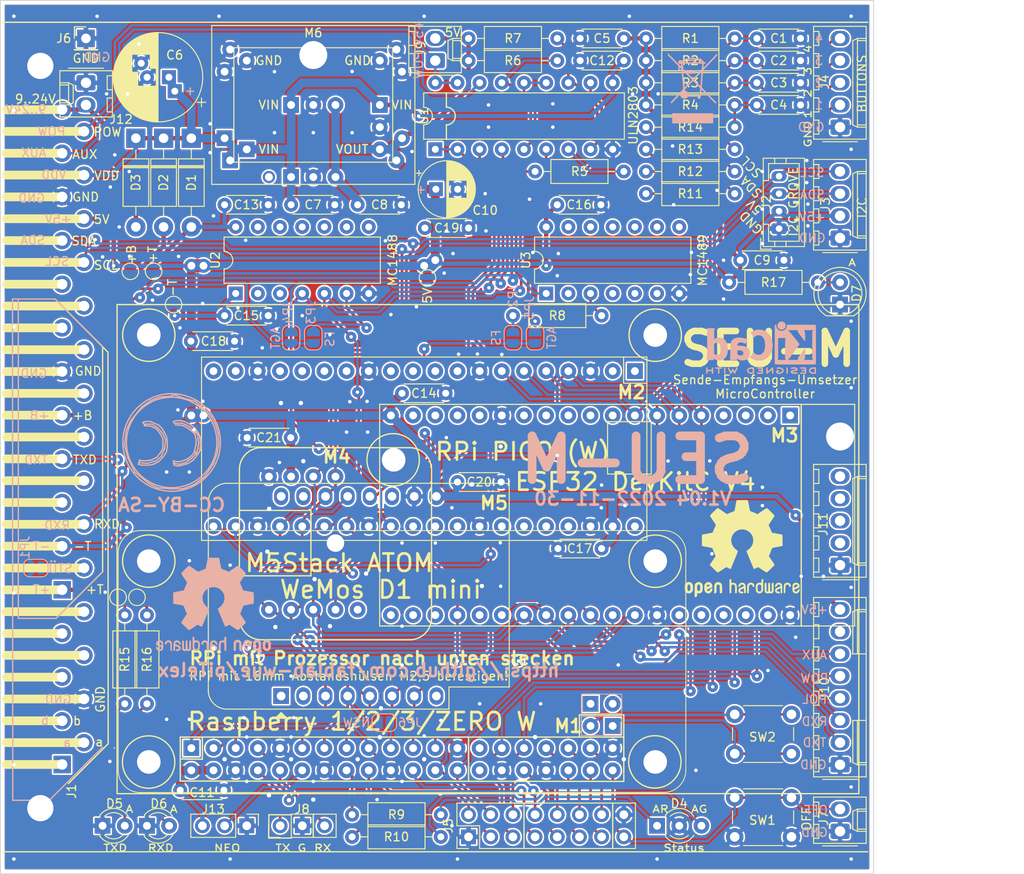
<source format=kicad_pcb>
(kicad_pcb (version 20211014) (generator pcbnew)
  (title_block (title "SEU-M") (date "2022-12-04") (rev "1.04") (company "Open Hardware"))
  (layers (0 "F.Cu" signal) (31 "B.Cu" signal) (36 "B.SilkS" user "B.Silkscreen") (37 "F.SilkS" user "F.Silkscreen") (38 "B.Mask" user) (39 "F.Mask" user) (44 "Edge.Cuts" user))
  (net 0 "")
  (net 1 "GND")
  (net 2 "VDD")
  (net 3 "+5V")
  (net 4 "btn4")
  (net 5 "btn3")
  (net 6 "btn2")
  (net 7 "btn1")
  (net 8 "+3.3V")
  (net 9 "Net-(D4-Pad1)")
  (net 10 "Net-(D4-Pad3)")
  (net 11 "txd")
  (net 12 "rxd")
  (net 13 "polarity")
  (net 14 "power_relais")
  (net 15 "I2C_SCL")
  (net 16 "I2C_SDA")
  (net 17 "/nTXD")
  (net 23 "aux_relais")
  (net 24 "uart_rxd")
  (net 25 "uart_txd")
  (net 26 "EXT_+20V")
  (net 27 "EXT_POWER_RELAIS")
  (net 28 "EXT_AUX_RELAIS")
  (net 29 "AGT_TXD")
  (net 30 "AGT_RXD")
  (net 36 "Net-(J1-Pad10)")
  (net 43 "NEO")
  (net 46 "Net-(M1-Pad41)")
  (net 47 "Net-(M1-Pad42)")
  (net 91 "Net-(R5-Pad1)")
  (net 92 "/nAGT_RXD")
  (net 106 "off")
  (net 107 "x1")
  (net 108 "x2")
  (net 109 "x3")
  (net 110 "x4")
  (net 111 "x5")
  (net 112 "x6")
  (net 113 "x7")
  (net 114 "x8")
  (net 115 "AGT_T+12V")
  (net 116 "AGT_T-12V")
  (net 117 "AGT_B+12V")
  (net 118 "AGT_A")
  (net 119 "AGT_B")
  (net 121 "LED-R")
  (net 122 "LED-G")
  (net 124 "Net-(R8-Pad1)")
  (net 125 "Net-(C1-Pad1)")
  (net 126 "Net-(C2-Pad1)")
  (net 127 "Net-(C3-Pad1)")
  (net 128 "Net-(C4-Pad1)")
  (net 133 "Net-(D5-Pad2)")
  (net 134 "Net-(D6-Pad2)")
  (net 135 "Net-(JP2-Pad1)")
  (net 136 "Net-(JP3-Pad1)")
  (net 137 "Net-(JP4-Pad1)")
  (net 138 "Net-(JP5-Pad1)")
  (net 143 "Net-(D7-Pad2)")
  (net 150 "/NSW")
  (footprint "Button_Switch_THT:SW_PUSH_6mm" (layer "F.Cu") (at 167.79 129.54 180)
    (fp_text reference "SW1")
    (fp_text value "RPi OFF")
  )
  (footprint "Capacitor_THT:C_Disc_D4.3mm_W1.9mm_P5.00mm" (layer "F.Cu") (at 97.79 124.206)
    (fp_text reference "C11")
    (fp_text value "100n")
  )
  (footprint "Connector_JST:JST_PH_B4B-PH-K_1x04_P2.00mm_Vertical" (layer "F.Cu") (at 166.37 59.88 90)
    (fp_text reference "J2")
    (fp_text value "Grove Con.")
  )
  (footprint "JK:DIN41617" (layer "F.Cu") (at 85.5 83.75 -90)
    (fp_text reference "J1")
    (fp_text value "DIN 41617 31p, 21p, 13p")
  )
  (footprint "Capacitor_THT:C_Disc_D4.3mm_W1.9mm_P5.00mm" (layer "F.Cu") (at 163.83 43.18)
    (fp_text reference "C3")
    (fp_text value "100n")
  )
  (footprint "Resistor_THT:R_Axial_DIN0207_L6.3mm_D2.5mm_P10.16mm_Horizontal" (layer "F.Cu") (at 151.13 50.8)
    (fp_text reference "R13")
    (fp_text value "3k3")
  )
  (footprint "Package_DIP:DIP-18_W7.62mm" (layer "F.Cu") (at 127 50.8 90)
    (fp_text reference "U1")
    (fp_text value "ULN2803A")
  )
  (footprint "Capacitor_THT:C_Disc_D4.3mm_W1.9mm_P5.00mm" (layer "F.Cu") (at 163.83 40.64)
    (fp_text reference "C2")
    (fp_text value "100n")
  )
  (footprint "JK:M5Stack ATOM" (layer "F.Cu") (at 115.57 95.9 90)
    (fp_text reference "M4")
    (fp_text value "M5Stack ATOM")
  )
  (footprint "Resistor_THT:R_Axial_DIN0207_L6.3mm_D2.5mm_P10.16mm_Horizontal" (layer "F.Cu") (at 151.13 55.88)
    (fp_text reference "R11")
    (fp_text value "3k3")
  )
  (footprint "Capacitor_THT:C_Disc_D4.3mm_W1.9mm_P5.00mm" (layer "F.Cu") (at 130.81 59.817 180)
    (fp_text reference "C19")
    (fp_text value "100n")
  )
  (footprint "Diode_THT:D_DO-41_SOD81_P10.16mm_Horizontal" (layer "F.Cu") (at 92.71 49.53 -90)
    (fp_text reference "D3")
    (fp_text value "1N4007")
  )
  (footprint "Capacitor_THT:C_Disc_D4.3mm_W1.9mm_P5.00mm" (layer "F.Cu") (at 148.59 40.64 180)
    (fp_text reference "C12")
    (fp_text value "100n")
  )
  (footprint "Capacitor_THT:C_Disc_D4.3mm_W1.9mm_P5.00mm" (layer "F.Cu") (at 163.83 38.1)
    (fp_text reference "C1")
    (fp_text value "100n")
  )
  (footprint "Connector_PinHeader_2.54mm:PinHeader_1x01_P2.54mm_Vertical" (layer "F.Cu") (at 86.995 38.1)
    (fp_text reference "J6")
    (fp_text value "PinHeader")
  )
  (footprint "Connector_PinHeader_2.54mm:PinHeader_1x03_P2.54mm_Vertical" (layer "F.Cu") (at 109.235 128.27 90)
    (fp_text reference "J8")
    (fp_text value "PinHeader 1x03")
  )
  (footprint "Capacitor_THT:C_Disc_D4.3mm_W1.9mm_P5.00mm" (layer "F.Cu") (at 145.97 57.15 180)
    (fp_text reference "C16")
    (fp_text value "100n")
  )
  (footprint "Module:WEMOS_D1_mini_light" (layer "F.Cu") (at 109.347 113.411 90)
    (fp_text reference "M5")
    (fp_text value "WeMos_D1_mini")
  )
  (footprint "Resistor_THT:R_Axial_DIN0207_L6.3mm_D2.5mm_P10.16mm_Horizontal" (layer "F.Cu") (at 151.13 53.34)
    (fp_text reference "R12")
    (fp_text value "3k3")
  )
  (footprint "Button_Switch_THT:SW_PUSH_6mm" (layer "F.Cu") (at 167.79 120.015 180)
    (fp_text reference "SW2")
    (fp_text value "RPi RUN")
  )
  (footprint "Capacitor_THT:C_Disc_D4.3mm_W1.9mm_P5.00mm" (layer "F.Cu") (at 129.54 88.9)
    (fp_text reference "C20")
    (fp_text value "100n")
  )
  (footprint "Resistor_THT:R_Axial_DIN0207_L6.3mm_D2.5mm_P10.16mm_Horizontal" (layer "F.Cu") (at 170.815 66.04 180)
    (fp_text reference "R17")
    (fp_text value "1k")
  )
  (footprint "Connector_PinHeader_2.54mm:PinHeader_1x03_P2.54mm_Vertical" (layer "F.Cu") (at 105.41 128.27 -90)
    (fp_text reference "J13")
    (fp_text value "PinHeader 1x03")
  )
  (footprint "Capacitor_THT:C_Disc_D4.3mm_W1.9mm_P5.00mm" (layer "F.Cu") (at 163.83 45.72)
    (fp_text reference "C4")
    (fp_text value "100n")
  )
  (footprint "Resistor_THT:R_Axial_DIN0207_L6.3mm_D2.5mm_P10.16mm_Horizontal" (layer "F.Cu") (at 161.29 43.18 180)
    (fp_text reference "R3")
    (fp_text value "1k")
  )
  (footprint "TestPoint:TestPoint_Pad_D1.5mm" (layer "F.Cu") (at 94.742 64.77)
    (fp_text reference "TP1" hide)
    (fp_text value "TestPoint_Small" hide)
  )
  (footprint "LED_THT:LED_D3.0mm-3" (layer "F.Cu") (at 152.4 128.27)
    (fp_text reference "D4")
    (fp_text value "Dual LED AKA")
  )
  (footprint "Connector_Molex:Molex_KK-254_AE-6410-02A_1x02_P2.54mm_Vertical" (layer "F.Cu") (at 86.995 43.18 -90)
    (fp_text reference "J12")
    (fp_text value "PSK2m")
  )
  (footprint "Resistor_THT:R_Axial_DIN0207_L6.3mm_D2.5mm_P10.16mm_Horizontal" (layer "F.Cu") (at 161.29 40.64 180)
    (fp_text reference "R2")
    (fp_text value "1k")
  )
  (footprint "Connector_Molex:Molex_KK-254_AE-6410-08A_1x08_P2.54mm_Vertical" (layer "F.Cu") (at 173.355 121.285 90)
    (fp_text reference "J10")
    (fp_text value "PSK8m")
  )
  (footprint "Capacitor_THT:C_Disc_D4.3mm_W1.9mm_P5.00mm" (layer "F.Cu") (at 102.87 57.15)
    (fp_text reference "C13")
    (fp_text value "100n")
  )
  (footprint "Connector_PinHeader_2.54mm:PinHeader_2x08_P2.54mm_Vertical" (layer "F.Cu") (at 130.81 129.54 90)
    (fp_text reference "J5")
    (fp_text value "PinHeader 2x08")
  )
  (footprint "TestPoint:TestPoint_Pad_D1.5mm" (layer "F.Cu") (at 92.075 64.77)
    (fp_text reference "TP3" hide)
    (fp_text value "TestPoint_Small" hide)
  )
  (footprint "JK:RPi_Pico" (layer "F.Cu") (at 125.73 84.99 -90)
    (fp_text reference "M2")
    (fp_text value "RPi Pico W")
  )
  (footprint "Connector_Molex:Molex_KK-254_AE-6410-05A_1x05_P2.54mm_Vertical" (layer "F.Cu") (at 173.355 48.26 90)
    (fp_text reference "J4")
    (fp_text value "PSK5m")
  )
  (footprint "Connector_Molex:Molex_KK-254_AE-6410-05A_1x05_P2.54mm_Vertical" (layer "F.Cu") (at 173.355 98.425 90)
    (fp_text reference "J11")
    (fp_text value "PSK5m")
  )
  (footprint "Package_DIP:DIP-14_W7.62mm" (layer "F.Cu") (at 104.14 67.31 90)
    (fp_text reference "U2")
    (fp_text value "MC1488N")
  )
  (footprint "Resistor_THT:R_Axial_DIN0207_L6.3mm_D2.5mm_P10.16mm_Horizontal" (layer "F.Cu") (at 117.475 129.54)
    (fp_text reference "R10")
    (fp_text value "330")
  )
  (footprint "LED_THT:LED_D3.0mm" (layer "F.Cu") (at 88.9 128.27)
    (fp_text reference "D5")
    (fp_text value "Dual LED bi.")
  )
  (footprint "Capacitor_THT:C_Disc_D4.3mm_W1.9mm_P5.00mm" (layer "F.Cu") (at 123.19 78.74)
    (fp_text reference "C14")
    (fp_text value "100n")
  )
  (footprint "TestPoint:TestPoint_Pad_D1.5mm" (layer "F.Cu") (at 92.837 102.108)
    (fp_text reference "TP5" hide)
    (fp_text value "TestPoint_Small" hide)
  )
  (footprint "Capacitor_THT:C_Disc_D4.3mm_W1.9mm_P5.00mm" (layer "F.Cu") (at 102.87 69.85)
    (fp_text reference "C15")
    (fp_text value "100n")
  )
  (footprint "Resistor_THT:R_Axial_DIN0207_L6.3mm_D2.5mm_P10.16mm_Horizontal" (layer "F.Cu") (at 140.97 38.1 180)
    (fp_text reference "R7")
    (fp_text value "3k3")
  )
  (footprint "Resistor_THT:R_Axial_DIN0207_L6.3mm_D2.5mm_P10.16mm_Horizontal" (layer "F.Cu") (at 146.05 69.85 180)
    (fp_text reference "R8")
    (fp_text value "3k3")
  )
  (footprint "Capacitor_THT:C_Disc_D4.3mm_W1.9mm_P5.00mm" (layer "F.Cu") (at 141.05 96.52)
    (fp_text reference "C17")
    (fp_text value "100n")
  )
  (footprint "Capacitor_THT:C_Disc_D4.3mm_W1.9mm_P5.00mm" (layer "F.Cu") (at 148.59 38.1 180)
    (fp_text reference "C5")
    (fp_text value "100n")
  )
  (footprint "Diode_THT:D_DO-41_SOD81_P10.16mm_Horizontal" (layer "F.Cu") (at 95.885 49.53 -90)
    (fp_text reference "D2")
    (fp_text value "1N4007")
  )
  (footprint "devkit4:MODULE_ESP32-DEVKITC-32D" (layer "F.Cu") (at 147.88 92.71 -90)
    (fp_text reference "M3")
    (fp_text value "ESP32-DEVKITC-32D")
  )
  (footprint "Capacitor_THT:CP_Radial_D6.3mm_P2.50mm" (layer "F.Cu") (at 127.064888 55.372)
    (fp_text reference "C10")
    (fp_text value "47u 10V")
  )
  (footprint "Capacitor_THT:C_Disc_D4.3mm_W1.9mm_P5.00mm" (layer "F.Cu") (at 161.925 63.5)
    (fp_text reference "C9")
    (fp_text value "100n")
  )
  (footprint "Capacitor_THT:C_Disc_D4.3mm_W1.9mm_P5.00mm" (layer "F.Cu") (at 110.45 83.82 180)
    (fp_text reference "C21")
    (fp_text value "100n")
  )
  (footprint "Diode_THT:D_DO-41_SOD81_P10.16mm_Horizontal" (layer "F.Cu") (at 99.06 49.53 -90)
    (fp_text reference "D1")
    (fp_text value "1N4007")
  )
  (footprint "LED_THT:LED_D3.0mm" (layer "F.Cu") (at 93.98 128.27)
    (fp_text reference "D6")
    (fp_text value "Dual LED bi.")
  )
  (footprint "Resistor_THT:R_Axial_DIN0207_L6.3mm_D2.5mm_P10.16mm_Horizontal" (layer "F.Cu") (at 93.98 104.14 -90)
    (fp_text reference "R16")
    (fp_text value "3k3")
  )
  (footprint "TestPoint:TestPoint_Pad_D1.5mm" (layer "F.Cu") (at 97.028 68.58)
    (fp_text reference "TP2" hide)
    (fp_text value "TestPoint_Small" hide)
  )
  (footprint "Connector_Molex:Molex_KK-254_AE-6410-04A_1x04_P2.54mm_Vertical" (layer "F.Cu") (at 173.355 60.96 90)
    (fp_text reference "J3")
    (fp_text value "PSK4m")
  )
  (footprint "Resistor_THT:R_Axial_DIN0207_L6.3mm_D2.5mm_P10.16mm_Horizontal" (layer "F.Cu") (at 148.59 53.34 180)
    (fp_text reference "R5")
    (fp_text value "3k3")
  )
  (footprint "Connector_Molex:Molex_KK-254_AE-6410-02A_1x02_P2.54mm_Vertical" (layer "F.Cu") (at 173.355 128.905 90)
    (fp_text reference "J7")
    (fp_text value "PSK2m")
  )
  (footprint "Connector_Molex:Molex_KK-254_AE-6410-02A_1x02_P2.54mm_Vertical" (layer "F.Cu") (at 127 40.64 90)
    (fp_text reference "J9")
    (fp_text value "PSK2m")
  )
  (footprint "Resistor_THT:R_Axial_DIN0207_L6.3mm_D2.5mm_P10.16mm_Horizontal" (layer "F.Cu") (at 161.29 45.72 180)
    (fp_text reference "R4")
    (fp_text value "1k")
  )
  (footprint "Resistor_THT:R_Axial_DIN0207_L6.3mm_D2.5mm_P10.16mm_Horizontal" (layer "F.Cu") (at 91.44 104.14 -90)
    (fp_text reference "R15")
    (fp_text value "3k3")
  )
  (footprint "Resistor_THT:R_Axial_DIN0207_L6.3mm_D2.5mm_P10.16mm_Horizontal" (layer "F.Cu") (at 151.13 48.26)
    (fp_text reference "R14")
    (fp_text value "3k3")
  )
  (footprint "LED_THT:LED_D5.0mm" (layer "F.Cu") (at 173.355 68.58 90)
    (fp_text reference "D7")
    (fp_text value "LED")
  )
  (footprint "Capacitor_THT:C_Disc_D4.3mm_W1.9mm_P5.00mm" (layer "F.Cu") (at 123.11 57.15 180)
    (fp_text reference "C8")
    (fp_text value "100n")
  )
  (footprint "Package_DIP:DIP-14_W7.62mm" (layer "F.Cu") (at 139.7 67.31 90)
    (fp_text reference "U3")
    (fp_text value "MC1489N")
  )
  (footprint "Capacitor_THT:CP_Radial_D10.0mm_P2.50mm_P5.00mm" (layer "F.Cu") (at 96.494677 42.545 180)
    (fp_text reference "C6")
    (fp_text value "470u 35V")
  )
  (footprint "Symbol:OSHW-Logo2_14.6x12mm_SilkScreen" (layer "F.Cu") (at 162.1536 96.52)
    (fp_text reference "REF**" hide)
    (fp_text value "OSHW-Logo2_14.6x12mm_SilkScreen" hide)
  )
  (footprint "Resistor_THT:R_Axial_DIN0207_L6.3mm_D2.5mm_P10.16mm_Horizontal" (layer "F.Cu") (at 117.475 127)
    (fp_text reference "R9")
    (fp_text value "330")
  )
  (footprint "Capacitor_THT:C_Disc_D4.3mm_W1.9mm_P5.00mm" (layer "F.Cu") (at 115.49 57.15 180)
    (fp_text reference "C7")
    (fp_text value "100n")
  )
  (footprint "Resistor_THT:R_Axial_DIN0207_L6.3mm_D2.5mm_P10.16mm_Horizontal" (layer "F.Cu") (at 161.29 38.1 180)
    (fp_text reference "R1")
    (fp_text value "1k")
  )
  (footprint "TestPoint:TestPoint_Pad_D1.5mm" (layer "F.Cu") (at 90.678 102.108)
    (fp_text reference "TP6" hide)
    (fp_text value "TestPoint_Small" hide)
  )
  (footprint "Resistor_THT:R_Axial_DIN0207_L6.3mm_D2.5mm_P10.16mm_Horizontal" (layer "F.Cu") (at 140.97 40.64 180)
    (fp_text reference "R6")
    (fp_text value "3k3")
  )
  (footprint "TestPoint:TestPoint_Pad_D1.5mm" (layer "F.Cu") (at 126.111 65.532)
    (fp_text reference "TP4" hide)
    (fp_text value "TestPoint_Small" hide)
  )
  (footprint "Capacitor_THT:C_Disc_D4.3mm_W1.9mm_P5.00mm" (layer "F.Cu") (at 104.013 72.771 180)
    (fp_text reference "C18")
    (fp_text value "100n")
  )
  (footprint "JK:DC_DC" (layer "F.Cu") (at 113.03 45.72)
    (fp_text reference "M6")
    (fp_text value "Any DC/DC-Module")
  )
  (footprint "Symbol:WEEE-Logo_5.6x8mm_SilkScreen" (layer "B.Cu") (at 156.464 43.815 180)
    (fp_text reference "REF**" hide)
    (fp_text value "WEEE-Logo_5.6x8mm_SilkScreen" hide)
  )
  (footprint "Jumper:SolderJumper-2_P1.3mm_Open_RoundedPad1.0x1.5mm" (layer "B.Cu") (at 135.89 72.375 -90)
    (fp_text reference "JP2")
    (fp_text value "FS-R")
  )
  (footprint "Symbol:OSHW-Logo2_14.6x12mm_SilkScreen" (layer "B.Cu") (at 101.6 103.124 180)
    (fp_text reference "REF**" hide)
    (fp_text value "OSHW-Logo2_14.6x12mm_SilkScreen" hide)
  )
  (footprint "Jumper:SolderJumper-2_P1.3mm_Open_RoundedPad1.0x1.5mm" (layer "B.Cu") (at 81.252492 98.751431 180)
    (fp_text reference "JP1")
    (fp_text value "STÜ")
  )
  (footprint "Symbol:Symbol_CreativeCommons_SilkScreenTop_Type2_Big" (layer "B.Cu") (at 96.809 84.373 180)
    (fp_text reference "REF**" hide)
    (fp_text value "Symbol_CreativeCommons_SilkScreenTop_Type2_Big" hide)
  )
  (footprint "JK:RPi-Zero_TopDown" (layer "B.Cu") (at 123.19 109.38)
    (property "Reference" "IC")
    (property "Value" "Raspberry_Pi_Zero_W__v1.3_")
    (fp_text reference "M1")
    (fp_text value "Raspberry_Pi_Zero_W__v1.3_" hide)
  )
  (footprint "Jumper:SolderJumper-2_P1.3mm_Open_RoundedPad1.0x1.5mm" (layer "B.Cu") (at 138.43 72.375 -90)
    (fp_text reference "JP5")
    (fp_text value "AGT-R")
  )
  (footprint "Jumper:SolderJumper-2_P1.3mm_Open_RoundedPad1.0x1.5mm" (layer "B.Cu") (at 110.49 72.375 -90)
    (fp_text reference "JP4")
    (fp_text value "AGT-T")
  )
  (footprint "Symbol:KiCad-Logo2_5mm_SilkScreen" (layer "B.Cu") (at 164.319 73.503 180)
    (fp_text reference "REF**" hide)
    (fp_text value "KiCad-Logo2_5mm_SilkScreen" hide)
  )
  (footprint "Jumper:SolderJumper-2_P1.3mm_Open_RoundedPad1.0x1.5mm" (layer "B.Cu") (at 121.158 116.459 180)
    (fp_text reference "JP6")
    (fp_text value "NSW")
  )
  (footprint "Jumper:SolderJumper-2_P1.3mm_Open_RoundedPad1.0x1.5mm" (layer "B.Cu") (at 113.03 72.375 -90)
    (fp_text reference "JP3")
    (fp_text value "FS-T")
  )
  (gr_line (start 82.804 125.349) (end 88.9 119.253) (layer "B.SilkS") (width 0.15))
  (gr_line (start 83.47075 67.945) (end 88.93175 73.406) (layer "B.SilkS") (width 0.15))
  (gr_line (start 78.58125 67.945) (end 83.47075 67.945) (layer "B.SilkS") (width 0.15))
  (gr_line (start 83.566 104.521) (end 79.248 104.521) (layer "B.SilkS") (width 0.15))
  (gr_line (start 79.248 67.945) (end 79.248 104.521) (layer "B.SilkS") (width 0.15))
  (gr_line (start 82.804 125.349) (end 78.613 125.349) (layer "B.SilkS") (width 0.15))
  (gr_line (start 78.613 125.349) (end 78.58125 67.945) (layer "B.SilkS") (width 0.15))
  (gr_line (start 83.566 104.521) (end 88.9 99.187) (layer "B.SilkS") (width 0.15))
  (gr_line (start 89.535 118.882) (end 84.983 123.434) (layer "F.SilkS") (width 0.15))
  (gr_line (start 89.51595 74.041) (end 89.535 118.882) (layer "F.SilkS") (width 0.15))
  (gr_line (start 128.27 45.974) (end 128.27 44.323) (layer "F.SilkS") (width 0.15))
  (gr_circle (center 122.174 86.36) (end 125.174 86.36) (layer "F.SilkS") (width 0.15) (fill none))
  (gr_line (start 128.27 48.006) (end 128.27 49.657) (layer "F.SilkS") (width 0.15))
  (gr_rect locked (start 175.5068 68.58) (end 90.5568 124.59) (layer "F.SilkS") (width 0.15) (fill none))
  (gr_line (start 110.5154 127.0162) (end 107.95 127) (layer "F.SilkS") (width 0.15))
  (gr_line (start 88.9 99.187) (end 88.9 73.406) (layer "F.SilkS") (width 0.15))
  (gr_line (start 107.95 127) (end 107.9154 129.6762) (layer "F.SilkS") (width 0.15))
  (gr_line (start 97.79 118.11) (end 148.59 118.11) (layer "F.SilkS") (width 0.15))
  (gr_line (start 137.16 125.73) (end 137.16 130.81) (layer "F.SilkS") (width 0.15))
  (gr_circle (center 152.19 97.9706) (end 155.19 97.9706) (layer "F.SilkS") (width 0.15) (fill none))
  (gr_line (start 88.9 99.187) (end 84.836 103.251) (layer "F.SilkS") (width 0.15))
  (gr_line (start 100.33 120.65) (end 97.905 120.623) (layer "F.SilkS") (width 0.15))
  (gr_line (start 147.32 125.73) (end 147.32 130.81) (layer "F.SilkS") (width 0.15))
  (gr_line (start 130.81 118.11) (end 130.81 123.19) (layer "F.SilkS") (width 0.15))
  (gr_circle (center 94.17 120.97) (end 97.17 120.97) (layer "F.SilkS") (width 0.15) (fill none))
  (gr_line (start 84.47405 68.961) (end 89.51595 74.041) (layer "F.SilkS") (width 0.15))
  (gr_line (start 97.79 123.151) (end 97.79 118.11) (layer "F.SilkS") (width 0.15))
  (gr_line (start 148.59 118.11) (end 148.59 115.57) (layer "F.SilkS") (width 0.15))
  (gr_circle (center 94.19 72.0852) (end 97.19 72.0852) (layer "F.SilkS") (width 0.15) (fill none))
  (gr_line (start 143.51 115.57) (end 143.51 118.11) (layer "F.SilkS") (width 0.15))
  (gr_circle (center 152.146 120.9548) (end 155.146 120.9548) (layer "F.SilkS") (width 0.15) (fill none))
  (gr_arc (start 128.27 45.974) (mid 129.286 46.99) (end 128.27 48.006) (layer "F.SilkS") (width 0.15))
  (gr_line (start 100.33 118.11) (end 100.33 120.65) (layer "F.SilkS") (width 0.15))
  (gr_line locked (start 77.47 36.25) (end 176.53 36.25) (layer "F.SilkS") (width 0.15))
  (gr_circle (center 152.19 72.0852) (end 155.19 72.0852) (layer "F.SilkS") (width 0.15) (fill none))
  (gr_line (start 168.91 80.01) (end 168.91 105.41) (layer "F.SilkS") (width 0.15))
  (gr_line (start 148.59 123.19) (end 97.79 123.151) (layer "F.SilkS") (width 0.15))
  (gr_line locked (start 77.47 131.25) (end 176.53 131.25) (layer "F.SilkS") (width 0.15))
  (gr_circle (center 94.19 97.96) (end 97.19 97.96) (layer "F.SilkS") (width 0.15) (fill none))
  (gr_line (start 148.59 115.57) (end 143.51 115.57) (layer "F.SilkS") (width 0.15))
  (gr_line (start 148.59 118.11) (end 148.59 123.19) (layer "F.SilkS") (width 0.15))
  (gr_line (start 113.03 126.9446) (end 113.03 129.5954) (layer "F.SilkS") (width 0.15))
  (gr_line (start 107.9154 129.6762) (end 110.5154 129.6762) (layer "F.SilkS") (width 0.15))
  (gr_rect (start 77.2 33.75) (end 177.2 133.75) (layer "Edge.Cuts") (width 0.1) (fill none))
  (gr_text "FS" (at 133.985 72.375 90) (layer "B.SilkS") (effects (font (size 1 1)) (justify mirror)))
  (gr_text "AUX" (at 170.434 108.712) (layer "B.SilkS") (effects (font (size 1 1)) (justify mirror)))
  (gr_text "GND" (at 80.772 56.388) (layer "B.SilkS") (effects (font (size 1 1)) (justify mirror)))
  (gr_text "4" (at 170.942 38.1) (layer "B.SilkS") (effects (font (size 1 1)) (justify mirror)))
  (gr_text "+B" (at 81.661 81.28) (layer "B.SilkS") (effects (font (size 1 1)) (justify mirror)))
  (gr_text "V1.04 2022-11-30" (at 149.63 90.805) (layer "B.SilkS") (effects (font (size 1.5 1.5) (thickness 0.3)) (justify mirror)))
  (gr_text "GND" (at 88.265 40.259) (layer "B.SilkS") (effects (font (size 1 1)) (justify mirror)))
  (gr_text "SCL" (at 83.693 63.627) (layer "B.SilkS") (effects (font (size 1 1)) (justify mirror)))
  (gr_text "POW" (at 170.434 111.379) (layer "B.SilkS") (effects (font (size 1 1)) (justify mirror)))
  (gr_text "GND" (at 170.307 121.285) (layer "B.SilkS") (effects (font (size 1 1)) (justify mirror)))
  (gr_text "GND" (at 83.82 113.792) (layer "B.SilkS") (effects (font (size 1 1)) (justify mirror)))
  (gr_text "b" (at 82.296 116.205) (layer "B.SilkS") (effects (font (size 1 1)) (justify mirror)))
  (gr_text "TXD" (at 170.434 118.745) (layer "B.SilkS") (effects (font (size 1 1)) (justify mirror)))
  (gr_text "POW" (at 125.095 41.148 90) (layer "B.SilkS") (effects (font (size 1 1)) (justify mirror)))
  (gr_text "+5V" (at 170.434 103.505) (layer "B.SilkS") (effects (font (size 1 1)) (justify mirror)))
  (gr_text "FS" (at 114.935 72.517 90) (layer "B.SilkS") (effects (font (size 1 1)) (justify mirror)))
  (gr_text "+T" (at 81.915 101.219) (layer "B.SilkS") (effects (font (size 1 1)) (justify mirror)))
  (gr_text "GND" (at 81.026 76.454) (layer "B.SilkS") (effects (font (size 1 1)) (justify mirror)))
  (gr_text "RXD" (at 170.434 116.332) (layer "B.SilkS") (effects (font (size 1 1)) (justify mirror)))
  (gr_text "NSW" (at 117.983 116.459) (layer "B.SilkS") (effects (font (size 1 1)) (justify mirror)))
  (gr_text "RXD" (at 83.693 93.853) (layer "B.SilkS") (effects (font (size 1 1)) (justify mirror)))
  (gr_text "+5V" (at 125.095 37.465 90) (layer "B.SilkS") (effects (font (size 1 1)) (justify mirror)))
  (gr_text "AGT" (at 108.712 72.39 90) (layer "B.SilkS") (effects (font (size 1 1)) (justify mirror)))
  (gr_text "9..24V" (at 80.137 46.228) (layer "B.SilkS") (effects (font (size 1 1)) (justify mirror)))
  (gr_text "POW" (at 83.058 48.768) (layer "B.SilkS") (effects (font (size 1 1)) (justify mirror)))
  (gr_text "TXD" (at 81.28 86.36) (layer "B.SilkS") (effects (font (size 1 1)) (justify mirror)))
  (gr_text "GND" (at 170.18 60.96) (layer "B.SilkS") (effects (font (size 1 1)) (justify mirror)))
  (gr_text "POL" (at 170.434 113.792) (layer "B.SilkS") (effects (font (size 1 1)) (justify mirror)))
  (gr_text "SEU-M" (at 150.114 86.36) (layer "B.SilkS") (effects (font (size 5 5) (thickness 1)) (justify mirror)))
  (gr_text "SDA" (at 170.18 56.007) (layer "B.SilkS") (effects (font (size 1 1)) (justify mirror)))
  (gr_text "AUX" (at 81.026 51.181) (layer "B.SilkS") (effects (font (size 1 1)) (justify mirror)))
  (gr_text "https://github.com/fablab-wue/piTelex" (at 118.24 110.46) (layer "B.SilkS") (effects (font (size 1.5 1.5) (thickness 0.3)) (justify mirror)))
  (gr_text "AGT" (at 140.335 72.375 90) (layer "B.SilkS") (effects (font (size 1 1)) (justify mirror)))
  (gr_text "VDD" (at 83.312 53.721) (layer "B.SilkS") (effects (font (size 1 1)) (justify mirror)))
  (gr_text "a" (at 84.836 118.745) (layer "B.SilkS") (effects (font (size 1 1)) (justify mirror)))
  (gr_text "CC-BY-SA" (at 96.809 91.533) (layer "B.SilkS") (effects (font (size 1.5 1.5) (thickness 0.3)) (justify mirror)))
  (gr_text "+" (at 125.349 55.372) (layer "B.SilkS") (effects (font (size 1 1)) (justify mirror)))
  (gr_text "1" (at 170.942 45.72) (layer "B.SilkS") (effects (font (size 1 1)) (justify mirror)))
  (gr_text "OFF" (at 170.561 126.492) (layer "B.SilkS") (effects (font (size 1 1)) (justify mirror)))
  (gr_text "STÜ" (at 84.074 98.806) (layer "B.SilkS") (effects (font (size 1 1)) (justify mirror)))
  (gr_text "SDA" (at 80.899 61.214) (layer "B.SilkS") (effects (font (size 1 1)) (justify mirror)))
  (gr_text "3" (at 170.942 40.64) (layer "B.SilkS") (effects (font (size 1 1)) (justify mirror)))
  (gr_text "GND" (at 170.434 129.032) (layer "B.SilkS") (effects (font (size 1 1)) (justify mirror)))
  (gr_text "SCL" (at 170.18 53.467) (layer "B.SilkS") (effects (font (size 1 1)) (justify mirror)))
  (gr_text "+" (at 98.933 44.069) (layer "B.SilkS") (effects (font (size 1 1)) (justify mirror)))
  (gr_text "2" (at 170.942 43.18) (layer "B.SilkS") (effects (font (size 1 1)) (justify mirror)))
  (gr_text "+5V" (at 83.82 58.801) (layer "B.SilkS") (effects (font (size 1 1)) (justify mirror)))
  (gr_text "+5V" (at 170.18 58.547) (layer "B.SilkS") (effects (font (size 1 1)) (justify mirror)))
  (gr_text "GND" (at 170.053 48.26) (layer "B.SilkS") (effects (font (size 1 1)) (justify mirror)))
  (gr_text "-T" (at 81.915 96.266) (layer "B.SilkS") (effects (font (size 1 1)) (justify mirror)))
  (gr_text "-T" (at 96.899 66.633 90) (layer "F.SilkS") (effects (font (size 1 1))))
  (gr_text "A" (at 91.44 126.365) (layer "F.SilkS") (effects (font (size 0.8 1)) (justify left)))
  (gr_text "5V" (at 163.576 57.404 135) (layer "F.SilkS") (effects (font (size 1 1))))
  (gr_text "+B" (at 86.614 81.28) (layer "F.SilkS") (effects (font (size 1 1))))
  (gr_text "+T" (at 88.011 101.219) (layer "F.SilkS") (effects (font (size 1 1))))
  (gr_text "5V" (at 129.009 37.423) (layer "F.SilkS") (effects (font (size 1 1))))
  (gr_text "b" (at 85.979 116.2558) (layer "F.SilkS") (effects (font (size 1 1))))
  (gr_text "NEO" (at 101.57 130.81) (layer "F.SilkS") (effects (font (size 0.8 1)) (justify left)))
  (gr_text "A" (at 96.52 126.365) (layer "F.SilkS") (effects (font (size 0.8 1)) (justify left)))
  (gr_text "AG" (at 156.21 126.365) (layer "F.SilkS") (effects (font (size 0.8 1)) (justify left)))
  (gr_text "5V" (at 126.111 67.564 90) (layer "F.SilkS") (effects (font (size 1 1))))
  (gr_text "SDA" (at 86.739 61.293) (layer "F.SilkS") (effects (font (size 1 1))))
  (gr_text "RXD" (at 93.98 130.81) (layer "F.SilkS") (effects (font (size 0.8 1)) (justify left)))
  (gr_text "VDD" (at 89.369 53.833) (layer "F.SilkS") (effects (font (size 1 1))))
  (gr_text "GND" (at 86.969 56.263) (layer "F.SilkS") (effects (font (size 1 1))))
  (gr_text "a" (at 88.519 118.6688) (layer "F.SilkS") (effects (font (size 1 1))))
  (gr_text "RPi mit 16mm Abstandshülsen M2,5 befestigen!" (at 117.094 111.125) (layer "F.SilkS") (effects (font (size 1 1))))
  (gr_text "POW" (at 89.469 48.823) (layer "F.SilkS") (effects (font (size 1 1))))
  (gr_text "3" (at 169.672 42.418 90) (layer "F.SilkS") (effects (font (size 0.8 1)) (justify left)))
  (gr_text "M5Stack ATOM" (at 116.0018 98.171) (layer "F.SilkS") (effects (font (size 2 2) (thickness 0.3))))
  (gr_text "+T" (at 94.639 62.863 90) (layer "F.SilkS") (effects (font (size 1 1))))
  (gr_text "OFF" (at 169.529 127.473 90) (layer "F.SilkS") (effects (font (size 1 1))))
  (gr_text "BUTTONS" (at 175.879 43.273 90) (layer "F.SilkS") (effects (font (size 1 1))))
  (gr_text "AUX" (at 86.869 51.383) (layer "F.SilkS") (effects (font (size 1 1))))
  (gr_text "RXD" (at 89.408 93.726) (layer "F.SilkS") (effects (font (size 1 1))))
  (gr_text "ESP32 DevKitC V4" (at 149.9108 88.8746) (layer "F.SilkS") (effects (font (size 2 2) (thickness 0.3))))
  (gr_text "+B" (at 92.202 62.865 90) (layer "F.SilkS") (effects (font (size 1 1))))
  (gr_text "GND" (at 169.672 50.673 90) (layer "F.SilkS") (effects (font (size 0.8 1)) (justify left)))
  (gr_text "SCL" (at 89.289 64.073) (layer "F.SilkS") (effects (font (size 1 1))))
  (gr_text "5V" (at 88.789 58.833) (layer "F.SilkS") (effects (font (size 1 1))))
  (gr_text "GND" (at 87.249 76.2) (layer "F.SilkS") (effects (font (size 1 1))))
  (gr_text "SCL" (at 163.195 52.832 135) (layer "F.SilkS") (effects (font (size 1 1))))
  (gr_text "ULN2803" (at 149.669 46.913 90) (layer "F.SilkS") (effects (font (size 1 1))))
  (gr_text "GND" (at 163.195 59.182 135) (layer "F.SilkS") (effects (font (size 1 1))))
  (gr_text "2" (at 169.672 44.958 90) (layer "F.SilkS") (effects (font (size 0.8 1)) (justify left)))
  (gr_text "RPi PICO (W)" (at 137.0076 85.4202) (layer "F.SilkS") (effects (font (size 2 2) (thickness 0.3))))
  (gr_text "1" (at 169.672 47.371 90) (layer "F.SilkS") (effects (font (size 0.8 1)) (justify left)))
  (gr_text "Status" (at 153.035 130.81) (layer "F.SilkS") (effects (font (size 0.8 1)) (justify left)))
  (gr_text "SEU-M" (at 165.1 73.66) (layer "F.SilkS") (effects (font (size 3.75 3.75) (thickness 0.75))))
  (gr_text "GND" (at 86.995 40.386) (layer "F.SilkS") (effects (font (size 1 1))))
  (gr_text "9..24V" (at 81.199 45.043) (layer "F.SilkS") (effects (font (size 1 1))))
  (gr_text "TX" (at 108.585 130.81) (layer "F.SilkS") (effects (font (size 0.8 1)) (justify left)))
  (gr_text "AR" (at 151.765 126.365) (layer "F.SilkS") (effects (font (size 0.8 1)) (justify left)))
  (gr_text "4" (at 169.672 39.878 90) (layer "F.SilkS") (effects (font (size 0.8 1)) (justify left)))
  (gr_text "Raspberry 1/2/3/ZERO W" (at 118.618 116.332) (layer "F.SilkS") (effects (font (size 2 2) (thickness 0.3))))
  (gr_text "RPi mit Prozessor nach unten stecken\n" (at 98.679 109.093) (layer "F.SilkS") (effects (font (size 1.5 1.5) (thickness 0.3)) (justify left)))
  (gr_text "I2C GROVE" (at 168.021 56.78 90) (layer "F.SilkS") (effects (font (size 1 1))))
  (gr_text "MC1489" (at 157.609 63.503 90) (layer "F.SilkS") (effects (font (size 1 1))))
  (gr_text "WeMos D1 mini" (at 120.7516 101.219) (layer "F.SilkS") (effects (font (size 2 2) (thickness 0.3))))
  (gr_text "G" (at 111.125 130.81) (layer "F.SilkS") (effects (font (size 0.8 1)) (justify left)))
  (gr_text "MC1488" (at 122.119 63.493 90) (layer "F.SilkS") (effects (font (size 1 1))))
  (gr_text "RX" (at 113.03 130.81) (layer "F.SilkS") (effects (font (size 0.8 1)) (justify left)))
  (gr_text "SDA" (at 163.195 55.118 135) (layer "F.SilkS") (effects (font (size 1 1))))
  (gr_text "A" (at 174.21 63.77) (layer "F.SilkS") (effects (font (size 0.8 1)) (justify left)))
  (gr_text "TXD" (at 86.868 86.36) (layer "F.SilkS") (effects (font (size 1 1))))
  (gr_text "-T" (at 86.614 96.266) (layer "F.SilkS") (effects (font (size 1 1))))
  (gr_text "TXD" (at 88.9 130.81) (layer "F.SilkS") (effects (font (size 0.8 1)) (justify left)))
  (gr_text "I2C" (at 175.879 57.473 90) (layer "F.SilkS") (effects (font (size 1 1))))
  (gr_text "Sende-Empfangs-Umsetzer\nMicroController" (at 164.7698 78.0034) (layer "F.SilkS") (effects (font (size 1 1))))
  (gr_text "GND" (at 88.646 113.792 90) (layer "F.SilkS") (effects (font (size 1 1))))
  (via (at 99.36872 82.9056) (size 1.2) (drill 0.4) (layers "F.Cu" "B.Cu") (net 1))
  (via locked (at 152.19 72.075) (size 3.2) (drill 2.7) (layers "F.Cu" "B.Cu") (net 1))
  (via (at 90.805 59.69) (size 1.2) (drill 0.4) (layers "F.Cu" "B.Cu") (net 1))
  (via (at 117.210338 79.705828) (size 1.2) (drill 0.4) (layers "F.Cu" "B.Cu") (net 1))
  (via (at 164.465 53.34) (size 1.2) (drill 0.4) (layers "F.Cu" "B.Cu") (net 1))
  (via (at 110.49 120.65) (size 1.2) (drill 0.5) (layers "F.Cu" "B.Cu") (net 1))
  (via (at 152.527 44.45) (size 1.2) (drill 0.4) (layers "F.Cu" "B.Cu") (net 1))
  (via (at 108.6866 105.5116) (size 1.2) (drill 0.5) (layers "F.Cu" "B.Cu") (net 1))
  (via (at 107.7722 96.8756) (size 1.2) (drill 0.5) (layers "F.Cu" "B.Cu") (net 1))
  (via (at 127 95.885) (size 1.2) (drill 0.4) (layers "F.Cu" "B.Cu") (net 1))
  (via (at 88.265 35.56) (size 1.2) (drill 0.4) (layers "F.Cu" "B.Cu") (net 1))
  (via (at 171.45 99.695) (size 1.2) (drill 0.4) (layers "F.Cu" "B.Cu") (net 1))
  (via (at 168.91 99.695) (size 1.2) (drill 0.4) (layers "F.Cu" "B.Cu") (net 1))
  (via (at 169.672 59.563) (size 1.2) (drill 0.4) (layers "F.Cu" "B.Cu") (net 1))
  (via (at 98.8355 87.757) (size 1.2) (drill 0.4) (layers "F.Cu" "B.Cu") (net 1))
  (via (at 98.8355 116.078) (size 1.2) (drill 0.4) (layers "F.Cu" "B.Cu") (net 1))
  (via (at 160.02 67.945) (size 1.2) (drill 0.4) (layers "F.Cu" "B.Cu") (net 1))
  (via (at 89.3555 44.45) (size 1.2) (drill 0.4) (layers "F.Cu" "B.Cu") (net 1))
  (via (at 111.76 69.85) (size 1.2) (drill 0.4) (layers "F.Cu" "B.Cu") (net 1))
  (via (at 97.7605 71.247) (size 1.2) (drill 0.4) (layers "F.Cu" "B.Cu") (net 1))
  (via (at 97.536 80.645) (size 1.2) (drill 0.4) (layers "F.Cu" "B.Cu") (net 1))
  (via (at 146.05 89.2515) (size 1.2) (drill 0.4) (layers "F.Cu" "B.Cu") (net 1))
  (via (at 174.625 123.825) (size 1.2) (drill 0.4) (layers "F.Cu" "B.Cu") (net 1))
  (via (at 129.032 62.738) (size 1.2) (drill 0.4) (layers "F.Cu" "B.Cu") (net 1))
  (via (at 123.19 105.41) (size 1.2) (drill 0.4) (layers "F.Cu" "B.Cu") (net 1))
  (via (at 113.03 123.19) (size 1.2) (drill 0.4) (layers "F.Cu" "B.Cu") (net 1))
  (via (at 140.462 48.26) (size 1.2) (drill 0.4) (layers "F.Cu" "B.Cu") (net 1))
  (via (at 100.3808 79.6544) (size 1.2) (drill 0.4) (layers "F.Cu" "B.Cu") (net 1))
  (via (at 148.717 91.6005) (size 1.2) (drill 0.4) (layers "F.Cu" "B.Cu") (net 1))
  (via (at 114.935 72.009) (size 1.2) (drill 0.4) (layers "F.Cu" "B.Cu") (net 1))
  (via (at 123.19 123.19) (size 1.2) (drill 0.4) (layers "F.Cu" "B.Cu") (net 1))
  (via (at 101.6 58.42) (size 1.2) (drill 0.4) (layers "F.Cu" "B.Cu") (net 1))
  (via locked (at 122.2345 86.36) (size 3.2) (drill 2.7) (layers "F.Cu" "B.Cu") (net 1))
  (via (at 108.585 41.91) (size 1.2) (drill 0.4) (layers "F.Cu" "B.Cu") (net 1))
  (via (at 97.601107 63.066132) (size 1.2) (drill 0.4) (layers "F.Cu" "B.Cu") (net 1))
  (via (at 128.2995 60.1455) (size 1.2) (drill 0.4) (layers "F.Cu" "B.Cu") (net 1))
  (via (at 91.7545 44.45) (size 1.2) (drill 0.4) (layers "F.Cu" "B.Cu") (net 1))
  (via (at 164.465 57.658) (size 1.2) (drill 0.4) (layers "F.Cu" "B.Cu") (net 1))
  (via (at 114.935 105.41) (size 1.2) (drill 0.5) (layers "F.Cu" "B.Cu") (net 1))
  (via (at 132.715 55.88) (size 1.2) (drill 0.4) (layers "F.Cu" "B.Cu") (net 1))
  (via (at 101.219 47.879) (size 1.2) (drill 0.4) (layers "F.Cu" "B.Cu") (net 1))
  (via (at 103.505 98.425) (size 1.2) (drill 0.4) (layers "F.Cu" "B.Cu") (net 1))
  (via (at 138.176 62.611) (size 1.2) (drill 0.4) (layers "F.Cu" "B.Cu") (net 1))
  (via (at 128.905 128.27) (size 1.2) (drill 0.4) (layers "F.Cu" "B.Cu") (net 1))
  (via (at 134.4422 95.8596) (size 1.2) (drill 0.4) (layers "F.Cu" "B.Cu") (net 1))
  (via (at 105.41 123.19) (size 1.2) (drill 0.4) (layers "F.Cu" "B.Cu") (net 1))
  (via (at 139.065 114.3) (size 1.2) (drill 0.4) (layers "F.Cu" "B.Cu") (net 1))
  (via (at 134.62 74.295) (size 1.2) (drill 0.4) (layers "F.Cu" "B.Cu") (net 1))
  (via (at 120.65 118.1355) (size 1.2) (drill 0.5) (layers "F.Cu" "B.Cu") (net 1))
  (via (at 164.465 89.5015) (size 1.2) (drill 0.4) (layers "F.Cu" "B.Cu") (net 1))
  (via (at 117.475 41.8805) (size 1.2) (drill 0.4) (layers "F.Cu" "B.Cu") (net 1))
  (via (at 127.635 116.205) (size 1.2) (drill 0.4) (layers "F.Cu" "B.Cu") (net 1))
  (via (at 113.1824 100.0252) (size 1.2) (drill 0.5) (layers "F.Cu" "B.Cu") (net 1))
  (via (at 108.839 71.374) (size 1.2) (drill 0.4) (layers "F.Cu" "B.Cu") (net 1))
  (via (at 102.87 120.65) (size 1.2) (drill 0.5) (layers "F.Cu" "B.Cu") (net 1))
  (via (at 158.6795 97.123718) (size 1.2) (drill 0.4) (layers "F.Cu" "B.Cu") (net 1))
  (via (at 174.625 50.8) (size 1.2) (drill 0.4) (layers "F.Cu" "B.Cu") (net 1))
  (via (at 110.49 111.125) (size 1.2) (drill 0.4) (layers "F.Cu" "B.Cu") (net 1))
  (via (at 148.59 120.65) (size 1.2) (drill 0.5) (layers "F.Cu" "B.Cu") (net 1))
  (via (at 153.661049 86.495951) (size 1.2) (drill 0.4) (layers "F.Cu" "B.Cu") (net 1))
  (via (at 160.02 63.5) (size 1.2) (drill 0.4) (layers "F.Cu" "B.Cu") (net 1))
  (via (at 154.178 50.419) (size 1.2) (drill 0.4) (layers "F.Cu" "B.Cu") (net 1))
  (via (at 128.905 91.8505) (size 1.2) (drill 0.4) (layers "F.Cu" "B.Cu") (net 1))
  (via (at 105.0895 115.8905) (size 1.2) (drill 0.4) (layers "F.Cu" "B.Cu") (net 1))
  (via (at 131.826 74.2442) (size 1.2) (drill 0.4) (layers "F.Cu" "B.Cu") (net 1))
  (via (at 78.74 46.355) (size 1.2) (drill 0.4) (layers "F.Cu" "B.Cu") (net 1))
  (via (at 89.197609 101.516609) (size 1.2) (drill 0.4) (layers "F.Cu" "B.Cu") (net 1))
  (via (at 124.841 68.834) (size 1.2) (drill 0.4) (layers "F.Cu" "B.Cu") (net 1))
  (via (at 174.625 132.08) (size 1.2) (drill 0.4) (layers "F.Cu" "B.Cu") (net 1))
  (via (at 133.096 48.26) (size 1.2) (drill 0.4) (layers "F.Cu" "B.Cu") (net 1))
  (via (at 154.305 57.15) (size 1.2) (drill 0.4) (layers "F.Cu" "B.Cu") (net 1))
  (via (at 147.955 109.855) (size 1.2) (drill 0.4) (layers "F.Cu" "B.Cu") (net 1))
  (via (at 119.1865 79.672962) (size 1.2) (drill 0.4) (layers "F.Cu" "B.Cu") (net 1))
  (via (at 120.777 114.808) (size 1.2) (drill 0.5) (layers "F.Cu" "B.Cu") (net 1))
  (via (at 103.505 132.08) (size 1.2) (drill 0.4) (layers "F.Cu" "B.Cu") (net 1))
  (via (at 90.297 51.435) (size 1.2) (drill 0.4) (layers "F.Cu" "B.Cu") (net 1))
  (via (at 169.545 54.61) (size 1.2) (drill 0.4) (layers "F.Cu" "B.Cu") (net 1))
  (via (at 174.625 78.105) (size 1.2) (drill 0.4) (layers "F.Cu" "B.Cu") (net 1))
  (via (at 123.19 109.855) (size 1.2) (drill 0.4) (layers "F.Cu" "B.Cu") (net 1))
  (via (at 132.08 114.3) (size 1.2) (drill 0.4) (layers "F.Cu" "B.Cu") (net 1))
  (via (at 125.73 35.56) (size 1.2) (drill 0.4) (layers "F.Cu" "B.Cu") (net 1))
  (via (at 164.465 91.6005) (size 1.2) (drill 0.4) (layers "F.Cu" "B.Cu") (net 1))
  (via (at 174.625 70.485) (size 1.2) (drill 0.4) (layers "F.Cu" "B.Cu") (net 1))
  (via (at 120.3295 125.2745) (size 1.2) (drill 0.4) (layers "F.Cu" "B.Cu") (net 1))
  (via (at 110.49 118.11) (size 1.2) (drill 0.4) (layers "F.Cu" "B.Cu") (net 1))
  (via (at 89.789 55.118) (size 1.2) (drill 0.4) (layers "F.Cu" "B.Cu") (net 1))
  (via locked (at 94.19 72.05) (size 3.2) (drill 2.7) (layers "F.Cu" "B.Cu") (net 1))
  (via (at 100.3595 68.453) (size 1.2) (drill 0.4) (layers "F.Cu" "B.Cu") (net 1))
  (via (at 96.2365 87.757) (size 1.2) (drill 0.4) (layers "F.Cu" "B.Cu") (net 1))
  (via (at 132.334 100.8126) (size 1.2) (drill 0.5) (layers "F.Cu" "B.Cu") (net 1))
  (via (at 123.19 95.885) (size 1.2) (drill 0.4) (layers "F.Cu" "B.Cu") (net 1))
  (via (at 131.191 89.154) (size 1.2) (drill 0.5) (layers "F.Cu" "B.Cu") (net 1))
  (via (at 169.670128 57.074435) (size 1.2) (drill 0.4) (layers "F.Cu" "B.Cu") (net 1))
  (via (at 146.0205 91.8505) (size 1.2) (drill 0.4) (layers "F.Cu" "B.Cu") (net 1))
  (via (at 118.11 120.65) (size 1.2) (drill 0.5) (layers "F.Cu" "B.Cu") (net 1))
  (via (at 156.337 62.611) (size 1.2) (drill 0.4) (layers "F.Cu" "B.Cu") (net 1))
  (via (at 134.493 84.836) (size 1.2) (drill 0.5) (layers "F.Cu" "B.Cu") (net 1))
  (via (at 124.333 51.054) (size 1.2) (drill 0.4) (layers "F.Cu" "B.Cu") (net 1))
  (via (at 91.948 53.34) (size 1.2) (drill 0.4) (layers "F.Cu" "B.Cu") (net 1))
  (via (at 102.235 35.56) (size 1.2) (drill 0.4) (layers "F.Cu" "B.Cu") (net 1))
  (via (at 78.74 35.56) (size 1.2) (drill 0.4) (layers "F.Cu" "B.Cu") (net 1))
  (via (at 96.2365 116.078) (size 1.2) (drill 0.4) (layers "F.Cu" "B.Cu") (net 1))
  (via (at 116.84 83.185) (size 1.2) (drill 0.4) (layers "F.Cu" "B.Cu") (net 1))
  (via (at 128.27 83.82) (size 1.2) (drill 0.4) (layers "F.Cu" "B.Cu") (net 1))
  (via (at 132.8055 60.1455) (size 1.2) (drill 0.4) (layers "F.Cu" "B.Cu") (net 1))
  (via (at 107.188 73.533) (size 1.2) (drill 0.4) (layers "F.Cu" "B.Cu") (net 1))
  (via (at 133.096 45.72) (size 1.2) (drill 0.4) (layers "F.Cu" "B.Cu") (net 1))
  (via (at 107.9754 91.9734) (size 1.2) (drill 0.5) (layers "F.Cu" "B.Cu") (net 1))
  (via (at 111.6076 79.8576) (size 1.2) (drill 0.5) (layers "F.Cu" "B.Cu") (net 1))
  (via (at 173.355 83.693) (size 3.7) (drill 3.2) (layers "F.Cu" "B.Cu") (net 1))
  (via (at 159.258 55.499) (size 1.2) (drill 0.4) (layers "F.Cu" "B.Cu") (net 1))
  (via (at 158.435648 86.480852) (size 1.2) (drill 0.4) (layers "F.Cu" "B.Cu") (net 1))
  (via (at 125.73 120.65) (size 1.2) (drill 0.5) (layers "F.Cu" "B.Cu") (net 1))
  (via (at 121.92 69.723) (size 1.2) (drill 0.4) (layers "F.Cu" "B.Cu") (net 1))
  (via (at 105.41 118.11) (size 1.2) (drill 0.4) (layers "F.Cu" "B.Cu") (net 1))
  (via (at 140.462 45.593) (size 1.2) (drill 0.4) (layers "F.Cu" "B.Cu") (net 1))
  (via (at 94.615 68.072) (size 1.2) (drill 0.4) (layers "F.Cu" "B.Cu") (net 1))
  (via (at 156.21 65.151) (size 1.2) (drill 0.4) (layers "F.Cu" "B.Cu") (net 1))
  (via (at 164.465 61.595) (size 1.2) (drill 0.4) (layers "F.Cu" "B.Cu") (net 1))
  (via (at 129.54 132.08) (size 1.2) (drill 0.4) (layers "F.Cu" "B.Cu") (net 1))
  (via (at 119.253 83.185) (size 1.2) (drill 0.4) (layers "F.Cu" "B.Cu") (net 1))
  (via (at 121.285 61.2805) (size 1.2) (drill 0.4) (layers "F.Cu" "B.Cu") (net 1))
  (via (at 110.8105 115.8905) (size 1.2) (drill 0.4) (layers "F.Cu" "B.Cu") (net 1))
  (via (at 134.493 100.838) (size 1.2) (drill 0.4) (layers "F.Cu" "B.Cu") (net 1))
  (via (at 78.74 71.12) (size 1.2) (drill 0.4) (layers "F.Cu" "B.Cu") (net 1))
  (via (at 91.984755 63.050531) (size 1.2) (drill 0.4) (layers "F.Cu" "B.Cu") (net 1))
  (via (at 108.585 48.895) (size 1.2) (drill 0.4) (layers "F.Cu" "B.Cu") (net 1))
  (via (at 174.625 35.56) (size 1.2) (drill 0.4) (layers "F.Cu" "B.Cu") (net 1))
  (via (at 107.95 124.7745) (size 1.2) (drill 0.5) (layers "F.Cu" "B.Cu") (net 1))
  (via (at 119.0752 99.3902) (size 1.2) (drill 0.5) (layers "F.Cu" "B.Cu") (net 1))
  (via (at 109.3216 79.8576) (size 1.2) (drill 0.5) (layers "F.Cu" "B.Cu") (net 1))
  (via (at 78.74 132.08) (size 1.2) (drill 0.4) (layers "F.Cu" "B.Cu") (net 1))
  (via (at 105.283 61.214) (size 1.2) (drill 0.4) (layers "F.Cu" "B.Cu") (net 1))
  (via (at 165.1 110.49) (size 1.2) (drill 0.4) (layers "F.Cu" "B.Cu") (net 1))
  (via (at 118.11 109.855) (size 1.2) (drill 0.4) (layers "F.Cu" "B.Cu") (net 1))
  (via (at 149.606 44.45) (size 1.2) (drill 0.4) (layers "F.Cu" "B.Cu") (net 1))
  (via (at 113.03 48.895) (size 1.2) (drill 0.4) (layers "F.Cu" "B.Cu") (net 1))
  (via (at 98.8355 97.917) (size 1.2) (drill 0.4) (layers "F.Cu" "B.Cu") (net 1))
  (via (at 101.6 107.95) (size 1.2) (drill 0.5) (layers "F.Cu" "B.Cu") (net 1))
  (via (at 101.219 51.181) (size 1.2) (drill 0.4) (layers "F.Cu" "B.Cu") (net 1))
  (via (at 111.887 86.5124) (size 1.2) (drill 0.5) (layers "F.Cu" "B.Cu") (net 1))
  (via (at 129.667 74.2696) (size 1.2) (drill 0.4) (layers "F.Cu" "B.Cu") (net 1))
  (via (at 104.394 68.961) (size 1.2) (drill 0.4) (layers "F.Cu" "B.Cu") (net 1))
  (via (at 137.795 56.515) (size 1.2) (drill 0.4) (layers "F.Cu" "B.Cu") (net 1))
  (via (at 113.03 125.2745) (size 1.2) (drill 0.5) (layers "F.Cu" "B.Cu") (net 1))
  (via (at 156.845 121.92) (size 1.2) (drill 0.4) (layers "F.Cu" "B.Cu") (net 1))
  (via (at 152.4 132.08) (size 1.2) (drill 0.4) (layers "F.Cu" "B.Cu") (net 1))
  (via (at 174.625 100.965) (size 1.2) (drill 0.4) (layers "F.Cu" "B.Cu") (net 1))
  (via (at 125.73 117.983) (size 1.2) (drill 0.4) (layers "F.Cu" "B.Cu") (net 1))
  (via (at 78.74 121.285) (size 1.2) (drill 0.4) (layers "F.Cu" "B.Cu") (net 1))
  (via (at 78.74 101.6) (size 1.2) (drill 0.4) (layers "F.Cu" "B.Cu") (net 1))
  (via (at 117.475 48.895) (size 1.2) (drill 0.4) (layers "F.Cu" "B.Cu") (net 1))
  (via (at 169.545 52.07) (size 1.2) (drill 0.4) (layers "F.Cu" "B.Cu") (net 1))
  (via (at 89.7285 120.904) (size 1.2) (drill 0.4) (layers "F.Cu" "B.Cu") (net 1))
  (via (at 88.9 63.119) (size 1.2) (drill 0.4) (layers "F.Cu" "B.Cu") (net 1))
  (via (at 93.063898 38.735) (size 1.2) (drill 0.4) (layers "F.Cu" "B.Cu") (net 1))
  (via (at 140.97 65.278) (size 1.2) (drill 0.4) (layers "F.Cu" "B.Cu") (net 1))
  (via (at 141.097 62.738) (size 1.2) (drill 0.4) (layers "F.Cu" "B.Cu") (net 1))
  (via (at 109.1505 86.6648) (size 1.2) (drill 0.4) (layers "F.Cu" "B.Cu") (net 1))
  (via (at 128.016 64.9795) (size 1.2) (drill 0.4) (layers "F.Cu" "B.Cu") (net 1))
  (via (at 168.275 106.68) (size 1.2) (drill 0.4) (layers "F.Cu" "B.Cu") (net 1))
  (via (at 138.43 118.11) (size 1.2) (drill 0.5) (layers "F.Cu" "B.Cu") (net 1))
  (via (at 149.225 35.56) (size 1.2) (drill 0.4) (layers "F.Cu" "B.Cu") (net 1))
  (segment (start 125.095 46.99) (end 123.825 45.72) (width 0.5) (layer "F.Cu") (net 2))
  (segment (start 95.885 49.53) (end 99.06 49.53) (width 0.5) (layer "F.Cu") (net 2))
  (segment (start 123.825 45.72) (end 120.65 45.72) (width 0.5) (layer "F.Cu") (net 2))
  (segment (start 92.71 49.53) (end 95.885 49.53) (width 0.5) (layer "F.Cu") (net 2))
  (via (at 125.095 46.99) (size 1.2) (drill 0.4) (layers "F.Cu" "B.Cu") (net 2))
  (segment (start 97.165614 44.145) (end 97.165614 43.484677) (width 0.5) (layer "B.Cu") (net 2))
  (segment (start 92.71 50.8) (end 92.71 49.53) (width 0.5) (layer "B.Cu") (net 2))
  (segment (start 104.14 50.8) (end 105.41 50.8) (width 1) (layer "B.Cu") (net 2))
  (segment (start 125.095 46.99) (end 144.78 46.99) (width 0.5) (layer "B.Cu") (net 2))
  (segment (start 110.49 53.34) (end 110.49 50.8) (width 1) (layer "B.Cu") (net 2))
  (segment (start 89.76 53.75) (end 92.71 50.8) (width 0.5) (layer "B.Cu") (net 2))
  (segment (start 99.06 45.930531) (end 99.06 49.53) (width 1) (layer "B.Cu") (net 2))
  (segment (start 147.32 43.18) (end 147.32 41.91) (width 0.5) (layer "B.Cu") (net 2))
  (segment (start 102.87 49.53) (end 104.14 50.8) (width 1) (layer "B.Cu") (net 2))
  (segment (start 111.76 43.18) (end 118.11 43.18) (width 1) (layer "B.Cu") (net 2))
  (segment (start 110.49 50.8) (end 110.49 45.72) (width 1) (layer "B.Cu") (net 2))
  (segment (start 102.87 49.53) (end 99.06 49.53) (width 1) (layer "B.Cu") (net 2))
  (segment (start 110.49 44.45) (end 111.76 43.18) (width 1) (layer "B.Cu") (net 2))
  (segment (start 118.11 43.18) (end 120.65 45.72) (width 1) (layer "B.Cu") (net 2))
  (segment (start 147.32 44.45) (end 147.32 43.18) (width 0.5) (layer "B.Cu") (net 2))
  (segment (start 97.274469 44.145) (end 99.06 45.930531) (width 1) (layer "B.Cu") (net 2))
  (segment (start 103.505 51.435) (end 104.14 50.8) (width 1) (layer "B.Cu") (net 2))
  (segment (start 97.165614 44.145) (end 97.274469 44.145) (width 1) (layer "B.Cu") (net 2))
  (segment (start 147.32 41.91) (end 148.59 40.64) (width 0.5) (layer "B.Cu") (net 2))
  (segment (start 110.49 57.15) (end 110.49 53.34) (width 1) (layer "B.Cu") (net 2))
  (segment (start 110.49 45.72) (end 110.49 44.45) (width 1) (layer "B.Cu") (net 2))
  (segment (start 105.41 50.8) (end 110.49 50.8) (width 1) (layer "B.Cu") (net 2))
  (segment (start 103.505 52.07) (end 103.505 51.435) (width 1) (layer "B.Cu") (net 2))
  (segment (start 144.78 46.99) (end 147.32 44.45) (width 0.5) (layer "B.Cu") (net 2))
  (segment (start 97.165614 43.484677) (end 96.494677 42.81374) (width 0.5) (layer "B.Cu") (net 2))
  (segment (start 86.75 53.75) (end 89.76 53.75) (width 0.5) (layer "B.Cu") (net 2))
  (segment (start 126.365 64.135) (end 127 63.5) (width 1.5) (layer "F.Cu") (net 3))
  (segment (start 99.06 72.771) (end 99.06 71.12) (width 0.5) (layer "F.Cu") (net 3))
  (segment (start 110.45 83.82) (end 110.45 88.225) (width 1) (layer "F.Cu") (net 3))
  (segment (start 160.655 66.04) (end 161.925 64.77) (width 0.5) (layer "F.Cu") (net 3))
  (segment (start 159.639 57.753366) (end 159.639 61.214) (width 0.5) (layer "F.Cu") (net 3))
  (segment (start 170.18 100.33) (end 173.355 103.505) (width 0.5) (layer "F.Cu") (net 3))
  (segment (start 148.59 38.1) (end 151.13 38.1) (width 0.5) (layer "F.Cu") (net 3))
  (segment (start 99.06 71.12) (end 99.06 81.28) (width 1) (layer "F.Cu") (net 3))
  (segment (start 121.92 81.28) (end 121.92 80.01) (width 1) (layer "F.Cu") (net 3))
  (segment (start 123.19 49.53) (end 123.698 49.022) (width 0.5) (layer "F.Cu") (net 3))
  (segment (start 97.46 117.856) (end 97.46 121.59) (width 1) (layer "F.Cu") (net 3))
  (segment (start 127 55.436888) (end 127 59.817) (width 1) (layer "F.Cu") (net 3))
  (segment (start 97.536 82.804) (end 97.536 117.78) (width 1) (layer "F.Cu") (net 3))
  (segment (start 139.7 58.42) (end 139.7 59.69) (width 0.5) (layer "F.Cu") (net 3))
  (segment (start 127 59.817) (end 125.603 59.817) (width 1) (layer "F.Cu") (net 3))
  (segment (start 159.639 61.214) (end 161.925 63.5) (width 0.5) (layer "F.Cu") (net 3))
  (segment (start 90.17 64.135) (end 90.17 60.96) (width 0.5) (layer "F.Cu") (net 3))
  (segment (start 151.13 45.72) (end 153 47.59) (width 0.5) (layer "F.Cu") (net 3))
  (segment (start 99.06 64.146067) (end 99.06 71.12) (width 1) (layer "F.Cu") (net 3))
  (segment (start 153 51.114366) (end 159.639 57.753366) (width 0.5) (layer "F.Cu") (net 3))
  (segment (start 139.7 64.135) (end 139.7 59.69) (width 0.5) (layer "F.Cu") (net 3))
  (segment (start 121.92 80.01) (end 123.19 78.74) (width 1) (layer "F.Cu") (net 3))
  (segment (start 97.79 121.92) (end 97.79 124.206) (width 1) (layer "F.Cu") (net 3))
  (segment (start 97.46 121.59) (end 97.79 121.92) (width 1) (layer "F.Cu") (net 3))
  (segment (start 122.555 52.07) (end 125.857 55.372) (width 1) (layer "F.Cu") (net 3))
  (segment (start 130.81 38.1) (end 127 38.1) (width 0.5) (layer "F.Cu") (net 3))
  (segment (start 123.698 49.022) (end 125.603 49.022) (width 0.5) (layer "F.Cu") (net 3))
  (segment (start 168.275 92.71) (end 170.18 94.615) (width 0.5) (layer "F.Cu") (net 3))
  (segment (start 97.536 117.78) (end 97.46 117.856) (width 1) (layer "F.Cu") (net 3))
  (segment (start 110.45 88.225) (end 110.49 88.265) (width 0.5) (layer "F.Cu") (net 3))
  (segment (start 140.97 57.15) (end 139.7 58.42) (width 0.5) (layer "F.Cu") (net 3))
  (segment (start 99.06 81.28) (end 97.536 82.804) (width 1) (layer "F.Cu") (net 3))
  (segment (start 125.73 64.135) (end 126.365 64.135) (width 0.5) (layer "F.Cu") (net 3))
  (segment (start 99.071067 64.135) (end 100.457 64.135) (width 1.5) (layer "F.Cu") (net 3))
  (segment (start 130.81 43.815) (end 130.81 40.64) (width 0.5) (layer "F.Cu") (net 3))
  (segment (start 170.18 94.615) (end 170.18 100.33) (width 0.5) (layer "F.Cu") (net 3))
  (segment (start 90.17 60.96) (end 87.96 58.75) (width 0.5) (layer "F.Cu") (net 3))
  (segment (start 87.96 58.75) (end 86.75 58.75) (width 0.5) (layer "F.Cu") (net 3))
  (segment (start 153 47.59) (end 153 51.114366) (width 0.5) (layer "F.Cu") (net 3))
  (segment (start 125.603 49.022) (end 130.81 43.815) (width 0.5) (layer "F.Cu") (net 3))
  (segment (start 127.064888 55.372) (end 127 55.436888) (width 1) (layer "F.Cu") (net 3))
  (segment (start 97.79 121.92) (end 99.06 121.92) (width 1) (layer "F.Cu") (net 3))
  (segment (start 130.81 40.64) (end 130.81 38.1) (width 0.5) (layer "F.Cu") (net 3))
  (segment (start 99.071067 64.135) (end 99.06 64.146067) (width 1) (layer "F.Cu") (net 3))
  (segment (start 101.6 121.92) (end 99.06 121.92) (width 1) (layer "F.Cu") (net 3))
  (segment (start 127 59.817) (end 127 63.5) (width 1) (layer "F.Cu") (net 3))
  (segment (start 161.925 64.77) (end 161.925 63.5) (width 0.5) (layer "F.Cu") (net 3))
  (segment (start 125.857 55.372) (end 127.064888 55.372) (width 1) (layer "F.Cu") (net 3))
  (via (at 127 63.5) (size 1.6) (drill 0.9) (layers "F.Cu" "B.Cu") (net 3))
  (via (at 99.071067 64.135) (size 1.6) (drill 0.9) (layers "F.Cu" "B.Cu") (net 3))
  (via (at 139.7 64.135) (size 1.2) (drill 0.4) (layers "F.Cu" "B.Cu") (net 3))
  (via (at 168.275 92.71) (size 1.2) (drill 0.4) (layers "F.Cu" "B.Cu") (net 3))
  (via (at 100.457 64.135) (size 1.6) (drill 0.9) (layers "F.Cu" "B.Cu") (net 3))
  (via (at 125.73 64.135) (size 1.6) (drill 0.9) (layers "F.Cu" "B.Cu") (net 3))
  (via (at 100.457 81.28) (size 1.6) (drill 0.9) (layers "F.Cu" "B.Cu") (net 3))
  (via (at 90.17 64.135) (size 1.2) (drill 0.4) (layers "F.Cu" "B.Cu") (net 3))
  (via (at 99.06 81.28) (size 1.6) (drill 0.9) (layers "F.Cu" "B.Cu") (net 3))
  (segment (start 115.57 50.8) (end 115.57 45.72) (width 1) (layer "B.Cu") (net 3))
  (segment (start 161.925 62.31) (end 161.925 63.5) (width 0.5) (layer "B.Cu") (net 3))
  (segment (start 166.148 57.88) (end 166.37 57.88) (width 0.5) (layer "B.Cu") (net 3))
  (segment (start 99.071067 64.135) (end 125.984 64.135) (width 1) (layer "B.Cu") (net 3))
  (segment (start 127.127 90.551) (end 129.921 90.551) (width 1) (layer "B.Cu") (net 3))
  (segment (start 161.925 62.103) (end 166.148 57.88) (width 0.5) (layer "B.Cu") (net 3))
  (segment (start 110.45 83.82) (end 110.45 81.28) (width 1) (layer "B.Cu") (net 3))
  (segment (start 146.05 96.52) (end 147.32 95.25) (width 1) (layer "B.Cu") (net 3))
  (segment (start 173.355 58.42) (end 166.91 58.42) (width 0.5) (layer "B.Cu") (net 3))
  (segment (start 122.555 52.07) (end 122.555 51.435) (width 1) (layer "B.Cu") (net 3))
  (segment (start 125.984 64.135) (end 126.619 63.5) (width 1) (layer "B.Cu") (net 3))
  (segment (start 129.54 90.17) (end 129.921 90.551) (width 0.5) (layer "B.Cu") (net 3))
  (segment (start 147.32 95.25) (end 147.32 93.98) (width 1) (layer "B.Cu") (net 3))
  (segment (start 147.32 90.678) (end 147.32 93.98) (width 1) (layer "B.Cu") (net 3))
  (segment (start 151.13 38.1) (end 151.13 40.64) (width 0.5) (layer "B.Cu") (net 3))
  (segment (start 139.446 63.881) (end 139.7 64.135) (width 0.5) (layer "B.Cu") (net 3))
  (segment (start 100.33 126.746) (end 97.79 124.206) (width 0.5) (layer "B.Cu") (net 3))
  (segment (start 100.457 81.28) (end 121.92 81.28) (width 1) (layer "B.Cu") (net 3))
  (segment (start 166.91 58.42) (end 166.37 57.88) (width 0.5) (layer "B.Cu") (net 3))
  (segment (start 139.954 63.881) (end 139.7 64.135) (width 0.5) (layer "B.Cu") (net 3))
  (segment (start 147.447 90.551) (end 147.32 90.678) (width 1) (layer "B.Cu") (net 3))
  (segment (start 127 63.5) (end 127.381 63.881) (width 0.5) (layer "B.Cu") (net 3))
  (segment (start 127.381 63.881) (end 139.446 63.881) (width 0.5) (layer "B.Cu") (net 3))
  (segment (start 118.11 57.15) (end 118.11 56.642) (width 1) (layer "B.Cu") (net 3))
  (segment (start 121.92 81.28) (end 127.127 86.487) (width 1) (layer "B.Cu") (net 3))
  (segment (start 100.457 81.28) (end 99.06 81.28) (width 1.6) (layer "B.Cu") (net 3))
  (segment (start 126.365 64.135) (end 127 63.5) (width 1.5) (layer "B.Cu") (net 3))
  (segment (start 129.921 90.551) (end 147.447 90.551) (width 1) (layer "B.Cu") (net 3))
  (segment (start 122.555 51.435) (end 121.92 50.8) (width 1) (layer "B.Cu") (net 3))
  (segment (start 160.655 66.04) (end 158.496 63.881) (width 0.5) (layer "B.Cu") (net 3))
  (segment (start 129.54 88.9) (end 129.54 90.17) (width 1) (layer "B.Cu") (net 3))
  (segment (start 166.116 90.551) (end 168.275 92.71) (width 0.5) (layer "B.Cu") (net 3))
  (segment (start 100.33 128.27) (end 100.33 126.746) (width 0.5) (layer "B.Cu") (net 3))
  (segment (start 99.071067 64.135) (end 90.17 64.135) (width 0.5) (layer "B.Cu") (net 3))
  (segment (start 147.447 90.551) (end 166.116 90.551) (width 0.5) (layer "B.Cu") (net 3))
  (segment (start 120.65 50.8) (end 115.57 50.8) (width 1) (layer "B.Cu") (net 3))
  (segment (start 121.92 50.8) (end 120.65 50.8) (width 1) (layer "B.Cu") (net 3))
  (segment (start 115.57 54.102) (end 115.57 50.8) (width 1) (layer "B.Cu") (net 3))
  (segment (start 151.13 43.18) (end 151.13 45.72) (width 0.5) (layer "B.Cu") (net 3))
  (segment (start 118.11 56.642) (end 115.57 54.102) (width 1) (layer "B.Cu") (net 3))
  (segment (start 126.619 63.5) (end 127 63.5) (width 1) (layer "B.Cu") (net 3))
  (segment (start 123.19 49.53) (end 121.92 50.8) (width 1) (layer "B.Cu") (net 3))
  (segment (start 127.127 90.551) (end 127.127 86.487) (width 1) (layer "B.Cu") (net 3))
  (segment (start 151.13 40.64) (end 151.13 43.18) (width 0.5) (layer "B.Cu") (net 3))
  (segment (start 158.496 63.881) (end 139.954 63.881) (width 0.5) (layer "B.Cu") (net 3))
  (segment (start 161.925 62.31) (end 161.925 62.103) (width 0.5) (layer "B.Cu") (net 3))
  (segment (start 125.73 64.135) (end 126.365 64.135) (width 1.5) (layer "B.Cu") (net 3))
  (segment (start 149.86 81.352106) (end 149.86 81.28) (width 0.3) (layer "F.Cu") (net 4))
  (segment (start 157.48 73.66) (end 149.86 81.28) (width 0.3) (layer "F.Cu") (net 4))
  (segment (start 157.48 58.564212) (end 157.48 73.66) (width 0.3) (layer "F.Cu") (net 4))
  (segment (start 155.98 87.472106) (end 149.86 81.352106) (width 0.3) (layer "F.Cu") (net 4))
  (segment (start 155.98 87.489318) (end 155.98 87.472106) (width 0.3) (layer "F.Cu") (net 4))
  (segment (start 156.23 87.739318) (end 155.98 87.489318) (width 0.3) (layer "F.Cu") (net 4))
  (segment (start 151.13 55.88) (end 154.795788 55.88) (width 0.3) (layer "F.Cu") (net 4))
  (segment (start 137.16 119.38) (end 135.89 120.65) (width 0.3) (layer "F.Cu") (net 4))
  (segment (start 156.23 112.8445) (end 156.23 87.739318) (width 0.3) (layer "F.Cu") (net 4))
  (segment (start 135.89 120.65) (end 135.89 127) (width 0.3) (layer "F.Cu") (net 4))
  (segment (start 154.795788 55.88) (end 157.48 58.564212) (width 0.3) (layer "F.Cu") (net 4))
  (via (at 156.23 112.8445) (size 1.2) (drill 0.4) (layers "F.Cu" "B.Cu") (net 4))
  (segment (start 138.43 112.395) (end 137.16 113.665) (width 0.3) (layer "B.Cu") (net 4))
  (segment (start 137.795 79.375) (end 147.955 79.375) (width 0.3) (layer "B.Cu") (net 4))
  (segment (start 156.23 112.8445) (end 155.7805 112.395) (width 0.3) (layer "B.Cu") (net 4))
  (segment (start 155.7805 112.395) (end 138.43 112.395) (width 0.3) (layer "B.Cu") (net 4))
  (segment (start 137.16 113.665) (end 137.16 119.38) (width 0.3) (layer "B.Cu") (net 4))
  (segment (start 134.62 76.2) (end 137.795 79.375) (width 0.3) (layer "B.Cu") (net 4))
  (segment (start 147.955 79.375) (end 149.86 81.28) (width 0.3) (layer "B.Cu") (net 4))
  (segment (start 133.35 120.65) (end 133.35 122.555) (width 0.3) (layer "F.Cu") (net 5))
  (segment (start 156.48 87.265) (end 152.4 83.185) (width 0.3) (layer "F.Cu") (net 5))
  (segment (start 152.962894 53.34) (end 157.98 58.357106) (width 0.3) (layer "F.Cu") (net 5))
  (segment (start 134.62 119.38) (end 133.35 120.65) (width 0.3) (layer "F.Cu") (net 5))
  (segment (start 152.4 83.185) (end 152.4 81.28) (width 0.3) (layer "F.Cu") (net 5))
  (segment (start 133.35 122.555) (end 134.62 123.825) (width 0.3) (layer "F.Cu") (net 5))
  (segment (start 134.62 128.27) (end 135.89 129.54) (width 0.3) (layer "F.Cu") (net 5))
  (segment (start 156.73 87.532211) (end 156.48 87.282212) (width 0.3) (layer "F.Cu") (net 5))
  (segment (start 158.77 112.355) (end 158.77 103.622233) (width 0.3) (layer "F.Cu") (net 5))
  (segment (start 152.4 79.447106) (end 152.4 81.28) (width 0.3) (layer "F.Cu") (net 5))
  (segment (start 156.73 101.582233) (end 156.73 87.532211) (width 0.3) (layer "F.Cu") (net 5))
  (segment (start 134.62 123.825) (end 134.62 128.27) (width 0.3) (layer "F.Cu") (net 5))
  (segment (start 158.77 103.622233) (end 156.73 101.582233) (width 0.3) (layer "F.Cu") (net 5))
  (segment (start 157.98 58.357106) (end 157.98 73.867106) (width 0.3) (layer "F.Cu") (net 5))
  (segment (start 157.98 73.867106) (end 152.4 79.447106) (width 0.3) (layer "F.Cu") (net 5))
  (segment (start 156.48 87.282212) (end 156.48 87.265) (width 0.3) (layer "F.Cu") (net 5))
  (segment (start 151.13 53.34) (end 152.962894 53.34) (width 0.3) (layer "F.Cu") (net 5))
  (via (at 158.77 112.355) (size 1.2) (drill 0.4) (layers "F.Cu" "B.Cu") (net 5))
  (segment (start 158.77 112.355) (end 158.31 111.895) (width 0.3) (layer "B.Cu") (net 5))
  (segment (start 138.222893 111.895) (end 134.62 115.497894) (width 0.3) (layer "B.Cu") (net 5))
  (segment (start 134.62 115.497894) (end 134.62 119.38) (width 0.3) (layer "B.Cu") (net 5))
  (segment (start 137.16 76.2) (end 139.835 78.875) (width 0.3) (layer "B.Cu") (net 5))
  (segment (start 158.31 111.895) (end 138.222893 111.895) (width 0.3) (layer "B.Cu") (net 5))
  (segment (start 149.995 78.875) (end 152.4 81.28) (width 0.3) (layer "B.Cu") (net 5))
  (segment (start 139.835 78.875) (end 149.995 78.875) (width 0.3) (layer "B.Cu") (net 5))
  (segment (start 156.98 87.075104) (end 156.98 87.057894) (width 0.3) (layer "F.Cu") (net 6))
  (segment (start 129.54 123.17095) (end 133.35 126.98095) (width 0.3) (layer "F.Cu") (net 6))
  (segment (start 154.94 85.017894) (end 154.94 81.28) (width 0.3) (layer "F.Cu") (net 6))
  (segment (start 158.48 74.074212) (end 154.94 77.614212) (width 0.3) (layer "F.Cu") (net 6))
  (segment (start 133.35 126.98095) (end 133.35 127) (width 0.3) (layer "F.Cu") (net 6))
  (segment (start 161.29 103.642233) (end 157.23 99.582233) (width 0.3) (layer "F.Cu") (net 6))
  (segment (start 161.29 111.8445) (end 161.29 103.642233) (width 0.3) (layer "F.Cu") (net 6))
  (segment (start 154.94 77.614212) (end 154.94 81.28) (width 0.3) (layer "F.Cu") (net 6))
  (segment (start 157.23 99.582233) (end 157.23 87.325104) (width 0.3) (layer "F.Cu") (net 6))
  (segment (start 151.13 50.8) (end 158.48 58.15) (width 0.3) (layer "F.Cu") (net 6))
  (segment (start 129.54 121.92) (end 129.54 123.17095) (width 0.3) (layer "F.Cu") (net 6))
  (segment (start 156.98 87.057894) (end 154.94 85.017894) (width 0.3) (layer "F.Cu") (net 6))
  (segment (start 157.23 87.325104) (end 156.98 87.075104) (width 0.3) (layer "F.Cu") (net 6))
  (segment (start 158.48 58.15) (end 158.48 74.074212) (width 0.3) (layer "F.Cu") (net 6))
  (via (at 161.29 111.8445) (size 1.2) (drill 0.4) (layers "F.Cu" "B.Cu") (net 6))
  (segment (start 139.7 76.2) (end 141.875 78.375) (width 0.3) (layer "B.Cu") (net 6))
  (segment (start 141.875 78.375) (end 152.035 78.375) (width 0.3) (layer "B.Cu") (net 6))
  (segment (start 138.015786 111.395) (end 130.79 118.620788) (width 0.3) (layer "B.Cu") (net 6))
  (segment (start 160.8405 111.395) (end 138.015786 111.395) (width 0.3) (layer "B.Cu") (net 6))
  (segment (start 130.79 118.620788) (end 130.79 120.67) (width 0.3) (layer "B.Cu") (net 6))
  (segment (start 161.29 111.8445) (end 160.8405 111.395) (width 0.3) (layer "B.Cu") (net 6))
  (segment (start 130.79 120.67) (end 129.54 121.92) (width 0.3) (layer "B.Cu") (net 6))
  (segment (start 152.035 78.375) (end 154.94 81.28) (width 0.3) (layer "B.Cu") (net 6))
  (segment (start 158.98 57.942894) (end 158.98 74.281318) (width 0.3) (layer "F.Cu") (net 7))
  (segment (start 140.97 77.47) (end 142.24 76.2) (width 0.3) (layer "F.Cu") (net 7))
  (segment (start 157.73 97.542233) (end 157.73 87.117997) (width 0.3) (layer "F.Cu") (net 7))
  (segment (start 123.324894 89.201) (end 126.246 86.279894) (width 0.3) (layer "F.Cu") (net 7))
  (segment (start 158.98 74.281318) (end 157.48 75.781318) (width 0.3) (layer "F.Cu") (net 7))
  (segment (start 132.08 126.418056) (end 127.581944 121.92) (width 0.3) (layer "F.Cu") (net 7))
  (segment (start 163.83 111.125) (end 163.83 103.642233) (width 0.3) (layer "F.Cu") (net 7))
  (segment (start 133.35 129.54) (end 132.08 128.27) (width 0.3) (layer "F.Cu") (net 7))
  (segment (start 126.246 83.7615) (end 125.7965 83.312) (width 0.3) (layer "F.Cu") (net 7))
  (segment (start 152.4 49.53) (end 152.4 51.362894) (width 0.3) (layer "F.Cu") (net 7))
  (segment (start 152.4 51.362894) (end 158.98 57.942894) (width 0.3) (layer "F.Cu") (net 7))
  (segment (start 126.246 86.279894) (end 126.246 83.7615) (width 0.3) (layer "F.Cu") (net 7))
  (segment (start 140.97 85.852) (end 140.97 77.47) (width 0.3) (layer "F.Cu") (net 7))
  (segment (start 132.08 128.27) (end 132.08 126.418056) (width 0.3) (layer "F.Cu") (net 7))
  (segment (start 121.492 89.201) (end 123.324894 89.201) (width 0.3) (layer "F.Cu") (net 7))
  (segment (start 151.13 48.26) (end 152.4 49.53) (width 0.3) (layer "F.Cu") (net 7))
  (segment (start 157.73 87.117997) (end 157.48 86.867997) (width 0.3) (layer "F.Cu") (net 7))
  (segment (start 157.48 86.867997) (end 157.48 81.28) (width 0.3) (layer "F.Cu") (net 7))
  (segment (start 119.507 90.551) (end 120.142 90.551) (width 0.3) (layer "F.Cu") (net 7))
  (segment (start 120.142 90.551) (end 121.492 89.201) (width 0.3) (layer "F.Cu") (net 7))
  (segment (start 163.83 103.642233) (end 157.73 97.542233) (width 0.3) (layer "F.Cu") (net 7))
  (segment (start 157.48 75.781318) (end 157.48 81.28) (width 0.3) (layer "F.Cu") (net 7))
  (segment (start 127.581944 121.92) (end 127 121.92) (width 0.3) (layer "F.Cu") (net 7))
  (via (at 163.83 111.125) (size 1.2) (drill 0.4) (layers "F.Cu" "B.Cu") (net 7))
  (via (at 125.7965 83.312) (size 1.2) (drill 0.4) (layers "F.Cu" "B.Cu") (net 7))
  (via (at 140.97 85.852) (size 1.2) (drill 0.4) (layers "F.Cu" "B.Cu") (net 7))
  (segment (start 137.80868 110.895) (end 130.57368 118.13) (width 0.3) (layer "B.Cu") (net 7))
  (segment (start 127.694082 85.852) (end 125.7965 83.954418) (width 0.3) (layer "B.Cu") (net 7))
  (segment (start 163.6 110.895) (end 137.80868 110.895) (width 0.3) (layer "B.Cu") (net 7))
  (segment (start 125.7965 83.954418) (end 125.7965 83.312) (width 0.3) (layer "B.Cu") (net 7))
  (segment (start 154.075 77.875) (end 157.48 81.28) (width 0.3) (layer "B.Cu") (net 7))
  (segment (start 128.25 120.67) (end 127 121.92) (width 0.3) (layer "B.Cu") (net 7))
  (segment (start 140.97 85.852) (end 127.694082 85.852) (width 0.3) (layer "B.Cu") (net 7))
  (segment (start 129.022233 118.13) (end 128.25 118.902233) (width 0.3) (layer "B.Cu") (net 7))
  (segment (start 142.24 76.2) (end 143.915 77.875) (width 0.3) (layer "B.Cu") (net 7))
  (segment (start 143.915 77.875) (end 154.075 77.875) (width 0.3) (layer "B.Cu") (net 7))
  (segment (start 130.57368 118.13) (end 129.022233 118.13) (width 0.3) (layer "B.Cu") (net 7))
  (segment (start 128.25 118.902233) (end 128.25 120.67) (width 0.3) (layer "B.Cu") (net 7))
  (segment (start 163.83 111.125) (end 163.6 110.895) (width 0.3) (layer "B.Cu") (net 7))
  (segment (start 120.65 123.19) (end 121.92 124.46) (width 0.3) (layer "F.Cu") (net 8))
  (segment (start 121.92 124.46) (end 129.414838 124.46) (width 0.3) (layer "F.Cu") (net 8))
  (segment (start 129.414838 124.46) (end 130.81 125.855162) (width 0.3) (layer "F.Cu") (net 8))
  (segment (start 120.65 120.65) (end 120.65 123.19) (width 0.3) (layer "F.Cu") (net 8))
  (segment (start 130.81 125.855162) (end 130.81 127) (width 0.3) (layer "F.Cu") (net 8))
  (segment (start 119.38 119.38) (end 120.65 120.65) (width 0.3) (layer "F.Cu") (net 8))
  (segment (start 119.38 118.745) (end 117.475 116.84) (width 0.3) (layer "B.Cu") (net 8))
  (segment (start 100.584 116.84) (end 99.06 118.364) (width 0.3) (layer "B.Cu") (net 8))
  (segment (start 99.06 118.364) (end 99.06 119.38) (width 0.3) (layer "B.Cu") (net 8))
  (segment (start 119.38 119.38) (end 119.38 118.745) (width 0.3) (layer "B.Cu") (net 8))
  (segment (start 117.475 116.84) (end 100.584 116.84) (width 0.3) (layer "B.Cu") (net 8))
  (segment (start 136.238891 125.7305) (end 138.839612 125.7305) (width 0.3) (layer "B.Cu") (net 9))
  (segment (start 138.839612 125.7305) (end 139.610112 124.96) (width 0.3) (layer "B.Cu") (net 9))
  (segment (start 135.833391 125.325) (end 136.238891 125.7305) (width 0.3) (layer "B.Cu") (net 9))
  (segment (start 127.635 125.802106) (end 128.112106 125.325) (width 0.3) (layer "B.Cu") (net 9))
  (segment (start 139.610112 124.96) (end 149.09 124.96) (width 0.3) (layer "B.Cu") (net 9))
  (segment (start 127.635 127) (end 127.635 125.802106) (width 0.3) (layer "B.Cu") (net 9))
  (segment (start 128.112106 125.325) (end 135.833391 125.325) (width 0.3) (layer "B.Cu") (net 9))
  (segment (start 149.09 124.96) (end 152.4 128.27) (width 0.3) (layer "B.Cu") (net 9))
  (segment (start 127.905 124.825) (end 136.040497 124.825) (width 0.3) (layer "B.Cu") (net 10))
  (segment (start 138.632506 125.2305) (end 139.403006 124.46) (width 0.3) (layer "B.Cu") (net 10))
  (segment (start 136.040497 124.825) (end 136.445997 125.2305) (width 0.3) (layer "B.Cu") (net 10))
  (segment (start 127.635 129.54) (end 126.365 128.27) (width 0.3) (layer "B.Cu") (net 10))
  (segment (start 126.365 128.27) (end 126.365 126.365) (width 0.3) (layer "B.Cu") (net 10))
  (segment (start 136.445997 125.2305) (end 138.632506 125.2305) (width 0.3) (layer "B.Cu") (net 10))
  (segment (start 139.403006 124.46) (end 153.67 124.46) (width 0.3) (layer "B.Cu") (net 10))
  (segment (start 153.67 124.46) (end 157.48 128.27) (width 0.3) (layer "B.Cu") (net 10))
  (segment (start 126.365 126.365) (end 127.905 124.825) (width 0.3) (layer "B.Cu") (net 10))
  (segment (start 107.1546 102.7096) (end 107.1546 100.592) (width 0.3) (layer "F.Cu") (net 11))
  (segment (start 134.755 50.935) (end 134.62 50.8) (width 0.3) (layer "F.Cu") (net 11))
  (segment (start 111.241445 107.0005) (end 111.241445 107.113945) (width 0.3) (layer "F.Cu") (net 11))
  (segment (start 111.76 119.38) (end 111.76 117.729) (width 0.3) (layer "F.Cu") (net 11))
  (segment (start 114.3 69.215) (end 114.3 67.31) (width 0.3) (layer "F.Cu") (net 11))
  (segment (start 133.35 65.847) (end 134.755 64.442) (width 0.3) (layer "F.Cu") (net 11))
  (segment (start 111.241445 107.113945) (end 114.427 110.2995) (width 0.3) (layer "F.Cu") (net 11))
  (segment (start 117.3607 72.2757) (end 114.3 69.215) (width 0.3) (layer "F.Cu") (net 11))
  (segment (start 118.237 91.186) (end 116.713 92.71) (width 0.3) (layer "F.Cu") (net 11))
  (segment (start 133.35 66.454683) (end 133.35 65.847) (width 0.3) (layer "F.Cu") (net 11))
  (segment (start 111.76 117.729) (end 114.427 115.062) (width 0.3) (layer "F.Cu") (net 11))
  (segment (start 118.237 78.7654) (end 118.237 91.186) (width 0.3) (layer "F.Cu") (net 11))
  (segment (start 141.2 108.18) (end 149.7755 108.18) (width 0.3) (layer "F.Cu") (net 11))
  (segment (start 118.0846 78.613) (end 118.237 78.7654) (width 0.3) (layer "F.Cu") (net 11))
  (segment (start 113.7666 93.98) (end 114.3 93.98) (width 0.3) (layer "F.Cu") (net 11))
  (segment (start 137.16 104.14) (end 141.2 108.18) (width 0.3) (layer "F.Cu") (net 11))
  (segment (start 114.427 110.2995) (end 114.427 113.411) (width 0.3) (layer "F.Cu") (net 11))
  (segment (start 107.1546 100.592) (end 113.7666 93.98) (width 0.3) (layer "F.Cu") (net 11))
  (segment (start 111.241445 107.0005) (end 111.241445 106.364103) (width 0.3) (layer "F.Cu") (net 11))
  (segment (start 107.95 103.505) (end 107.1546 102.7096) (width 0.3) (layer "F.Cu") (net 11))
  (segment (start 116.332 92.71) (end 115.062 93.98) (width 0.3) (layer "F.Cu") (net 11))
  (segment (start 115.062 93.98) (end 114.3 93.98) (width 0.3) (layer "F.Cu") (net 11))
  (segment (start 133.143183 66.6615) (end 133.35 66.454683) (width 0.3) (layer "F.Cu") (net 11))
  (segment (start 108.382342 103.505) (end 107.95 103.505) (width 0.3) (layer "F.Cu") (net 11))
  (segment (start 114.427 115.062) (end 114.427 113.411) (width 0.3) (layer "F.Cu") (net 11))
  (segment (start 116.713 92.71) (end 116.332 92.71) (width 0.3) (layer "F.Cu") (net 11))
  (segment (start 134.755 64.442) (end 134.755 50.935) (width 0.3) (layer "F.Cu") (net 11))
  (segment (start 149.7755 108.18) (end 150.495 108.8995) (width 0.3) (layer "F.Cu") (net 11))
  (segment (start 111.241445 106.364103) (end 108.382342 103.505) (width 0.3) (layer "F.Cu") (net 11))
  (via (at 150.495 108.8995) (size 1.2) (drill 0.4) (layers "F.Cu" "B.Cu") (net 11))
  (via (at 133.143183 66.6615) (size 1.2) (drill 0.4) (layers "F.Cu" "B.Cu") (net 11))
  (via (at 118.0846 78.613) (size 1.2) (drill 0.4) (layers "F.Cu" "B.Cu") (net 11))
  (via (at 111.241445 107.0005) (size 1.2) (drill 0.4) (layers "F.Cu" "B.Cu") (net 11))
  (via (at 117.3607 72.2757) (size 1.2) (drill 0.4) (layers "F.Cu" "B.Cu") (net 11))
  (segment (start 118.09 73.005) (end 118.09 76.677767) (width 0.3) (layer "B.Cu") (net 11))
  (segment (start 114.3 67.31) (end 115.951 68.961) (width 0.3) (layer "B.Cu") (net 11))
  (segment (start 120.395999 68.961) (end 122.245499 67.1115) (width 0.3) (layer "B.Cu") (net 11))
  (segment (start 154.576839 108.315) (end 164.757894 108.315) (width 0.3) (layer "B.Cu") (net 11))
  (segment (start 164.757894 108.315) (end 171.91 115.467106) (width 0.3) (layer "B.Cu") (net 11))
  (segment (start 150.81 109.2145) (end 153.677339 109.2145) (width 0.3) (layer "B.Cu") (net 11))
  (segment (start 132.693183 67.1115) (end 133.135183 66.6695) (width 0.3) (layer "B.Cu") (net 11))
  (segment (start 134.35 106.95) (end 137.16 104.14) (width 0.3) (layer "B.Cu") (net 11))
  (segment (start 171.91 115.467106) (end 171.91 117.3) (width 0.3) (layer "B.Cu") (net 11))
  (segment (start 115.951 68.961) (end 120.395999 68.961) (width 0.3) (layer "B.Cu") (net 11))
  (segment (start 171.91 117.3) (end 173.355 118.745) (width 0.3) (layer "B.Cu") (net 11))
  (segment (start 111.241445 107.0005) (end 112.196945 106.045) (width 0.3) (layer "B.Cu") (net 11))
  (segment (start 113.106351 106.045) (end 114.011351 106.95) (width 0.3) (layer "B.Cu") (net 11))
  (segment (start 153.677339 109.2145) (end 154.576839 108.315) (width 0.3) (layer "B.Cu") (net 11))
  (segment (start 150.495 108.8995) (end 150.81 109.2145) (width 0.3) (layer "B.Cu") (net 11))
  (segment (start 118.09 76.677767) (end 118.0846 76.683167) (width 0.3) (layer "B.Cu") (net 11))
  (segment (start 117.3607 72.2757) (end 118.09 73.005) (width 0.3) (layer "B.Cu") (net 11))
  (segment (start 118.0846 76.683167) (end 118.0846 78.613) (width 0.3) (layer "B.Cu") (net 11))
  (segment (start 112.196945 106.045) (end 113.106351 106.045) (width 0.3) (layer "B.Cu") (net 11))
  (segment (start 114.011351 106.95) (end 134.35 106.95) (width 0.3) (layer "B.Cu") (net 11))
  (segment (start 122.245499 67.1115) (end 132.693183 67.1115) (width 0.3) (layer "B.Cu") (net 11))
  (segment (start 126.746 86.487) (end 123.317 89.916) (width 0.3) (layer "F.Cu") (net 12))
  (segment (start 116.84 93.21) (end 116.84 93.98) (width 0.3) (layer "F.Cu") (net 12))
  (segment (start 153.283836 108.2645) (end 152.199335 107.18) (width 0.3) (layer "F.Cu") (net 12))
  (segment (start 112.640948 107.806342) (end 116.967 112.132394) (width 0.3) (layer "F.Cu") (net 12))
  (segment (start 112.640948 107.0005) (end 112.584948 107.0005) (width 0.3) (layer "F.Cu") (net 12))
  (segment (start 123.317 89.916) (end 123.317 91.2876) (width 0.3) (layer "F.Cu") (net 12))
  (segment (start 112.640948 107.0005) (end 112.640948 107.806342) (width 0.3) (layer "F.Cu") (net 12))
  (segment (start 145.28 107.18) (end 142.24 104.14) (width 0.3) (layer "F.Cu") (net 12))
  (segment (start 116.920106 93.21) (end 116.84 93.21) (width 0.3) (layer "F.Cu") (net 12))
  (segment (start 110.49 104.905552) (end 110.49 103.505) (width 0.3) (layer "F.Cu") (net 12))
  (segment (start 116.967 115.062) (end 116.967 113.411) (width 0.3) (layer "F.Cu") (net 12))
  (segment (start 114.3 119.38) (end 114.3 117.729) (width 0.3) (layer "F.Cu") (net 12))
  (segment (start 152.199335 107.18) (end 145.28 107.18) (width 0.3) (layer "F.Cu") (net 12))
  (segment (start 114.3 117.729) (end 116.967 115.062) (width 0.3) (layer "F.Cu") (net 12))
  (segment (start 118.055106 92.075) (end 116.920106 93.21) (width 0.3) (layer "F.Cu") (net 12))
  (segment (start 125.73 73.66) (end 125.73 81.777767) (width 0.3) (layer "F.Cu") (net 12))
  (segment (start 111.125 103.505) (end 117.6782 96.9518) (width 0.3) (layer "F.Cu") (net 12))
  (segment (start 125.73 81.777767) (end 126.746 82.793767) (width 0.3) (layer "F.Cu") (net 12))
  (segment (start 126.746 82.793767) (end 126.746 86.487) (width 0.3) (layer "F.Cu") (net 12))
  (segment (start 110.49 103.505) (end 111.125 103.505) (width 0.3) (layer "F.Cu") (net 12))
  (segment (start 116.967 112.132394) (end 116.967 113.411) (width 0.3) (layer "F.Cu") (net 12))
  (segment (start 117.6782 96.9518) (end 117.6782 94.8182) (width 0.3) (layer "F.Cu") (net 12))
  (segment (start 122.5296 92.075) (end 118.055106 92.075) (width 0.3) (layer "F.Cu") (net 12))
  (segment (start 112.584948 107.0005) (end 110.49 104.905552) (width 0.3) (layer "F.Cu") (net 12))
  (segment (start 123.317 91.2876) (end 122.5296 92.075) (width 0.3) (layer "F.Cu") (net 12))
  (segment (start 117.6782 94.8182) (end 116.84 93.98) (width 0.3) (layer "F.Cu") (net 12))
  (via (at 153.283836 108.2645) (size 1.2) (drill 0.4) (layers "F.Cu" "B.Cu") (net 12))
  (via (at 112.640948 107.0005) (size 1.2) (drill 0.4) (layers "F.Cu" "B.Cu") (net 12))
  (via (at 125.73 73.66) (size 1.2) (drill 0.4) (layers "F.Cu" "B.Cu") (net 12))
  (segment (start 126.365 73.025) (end 133.35 73.025) (width 0.3) (layer "B.Cu") (net 12))
  (segment (start 113.090448 107.45) (end 139.946 107.45) (width 0.3) (layer "B.Cu") (net 12))
  (segment (start 112.997846 106.643602) (end 112.997846 107.357398) (width 0.3) (layer "B.Cu") (net 12))
  (segment (start 125.73 73.66) (end 126.365 73.025) (width 0.3) (layer "B.Cu") (net 12))
  (segment (start 164.965 107.815) (end 173.355 116.205) (width 0.3) (layer "B.Cu") (net 12))
  (segment (start 120.381 116.459) (end 120.508 116.586) (width 0.3) (layer "B.Cu") (net 12))
  (segment (start 153.283836 108.2645) (end 153.733336 107.815) (width 0.3) (layer "B.Cu") (net 12))
  (segment (start 112.997846 107.357398) (end 113.090448 107.45) (width 0.3) (layer "B.Cu") (net 12))
  (segment (start 112.640948 107.0005) (end 112.997846 106.643602) (width 0.3) (layer "B.Cu") (net 12))
  (segment (start 119.38 116.459) (end 120.381 116.459) (width 0.3) (layer "B.Cu") (net 12))
  (segment (start 116.967 114.046) (end 119.38 116.459) (width 0.3) (layer "B.Cu") (net 12))
  (segment (start 142.24 105.156) (end 142.24 104.14) (width 0.3) (layer "B.Cu") (net 12))
  (segment (start 153.733336 107.815) (end 164.965 107.815) (width 0.3) (layer "B.Cu") (net 12))
  (segment (start 116.967 113.411) (end 116.967 114.046) (width 0.3) (layer "B.Cu") (net 12))
  (segment (start 135.89 73.025) (end 138.43 73.025) (width 0.3) (layer "B.Cu") (net 12))
  (segment (start 133.35 73.025) (end 135.89 73.025) (width 0.3) (layer "B.Cu") (net 12))
  (segment (start 139.946 107.45) (end 142.24 105.156) (width 0.3) (layer "B.Cu") (net 12))
  (segment (start 139.7 53.848) (end 139.7 50.8) (width 0.3) (layer "F.Cu") (net 13))
  (segment (start 119.507 115.062) (end 119.507 113.411) (width 0.3) (layer "F.Cu") (net 13))
  (segment (start 113.665 85.09) (end 110.49 81.915) (width 0.3) (layer "F.Cu") (net 13))
  (segment (start 138.938 54.61) (end 139.7 53.848) (width 0.3) (layer "F.Cu") (net 13))
  (segment (start 110.49 68.58) (end 111.76 67.31) (width 0.3) (layer "F.Cu") (net 13))
  (segment (start 151.1805 107.68) (end 151.765 108.2645) (width 0.3) (layer "F.Cu") (net 13))
  (segment (start 110.49 81.915) (end 110.49 68.58) (width 0.3) (layer "F.Cu") (net 13))
  (segment (start 143.24 107.68) (end 151.1805 107.68) (width 0.3) (layer "F.Cu") (net 13))
  (segment (start 136.84 66.847051) (end 136.84 65.453497) (width 0.3) (layer "F.Cu") (net 13))
  (segment (start 139.7 104.14) (end 143.24 107.68) (width 0.3) (layer "F.Cu") (net 13))
  (segment (start 136.872039 54.61) (end 138.938 54.61) (width 0.3) (layer "F.Cu") (net 13))
  (segment (start 136.84 65.453497) (end 136.255 64.868497) (width 0.3) (layer "F.Cu") (net 13))
  (segment (start 113.03 102.307106) (end 121.357106 93.98) (width 0.3) (layer "F.Cu") (net 13))
  (segment (start 136.255 55.227039) (end 136.872039 54.61) (width 0.3) (layer "F.Cu") (net 13))
  (segment (start 119.507 113.411) (end 118.999 113.411) (width 0.3) (layer "F.Cu") (net 13))
  (segment (start 113.665 104.14) (end 113.03 103.505) (width 0.3) (layer "F.Cu") (net 13))
  (segment (start 121.357106 93.98) (end 121.92 93.98) (width 0.3) (layer "F.Cu") (net 13))
  (segment (start 113.665 108.077) (end 113.665 104.14) (width 0.3) (layer "F.Cu") (net 13))
  (segment (start 116.84 119.38) (end 116.84 117.729) (width 0.3) (layer "F.Cu") (net 13))
  (segment (start 136.255 64.868497) (end 136.255 55.227039) (width 0.3) (layer "F.Cu") (net 13))
  (segment (start 116.84 117.729) (end 119.507 115.062) (width 0.3) (layer "F.Cu") (net 13))
  (segment (start 113.03 103.505) (end 113.03 102.307106) (width 0.3) (layer "F.Cu") (net 13))
  (segment (start 136.695824 66.991227) (end 136.84 66.847051) (width 0.3) (layer "F.Cu") (net 13))
  (segment (start 118.999 113.411) (end 113.665 108.077) (width 0.3) (layer "F.Cu") (net 13))
  (via (at 113.665 85.09) (size 1.2) (drill 0.4) (layers "F.Cu" "B.Cu") (net 13))
  (via (at 136.695824 66.991227) (size 1.2) (drill 0.4) (layers "F.Cu" "B.Cu") (net 13))
  (via (at 151.765 108.2645) (size 1.2) (drill 0.4) (layers "F.Cu" "B.Cu") (net 13))
  (segment (start 136.642233 102.89) (end 138.45 102.89) (width 0.3) (layer "B.Cu") (net 13))
  (segment (start 113.03 105.2322) (end 114.2478 106.45) (width 0.3) (layer "B.Cu") (net 13))
  (segment (start 122.452606 67.6115) (end 133.5565 67.6115) (width 0.3) (layer "B.Cu") (net 13))
  (segment (start 151.765 108.2645) (end 152.7145 107.315) (width 0.3) (layer "B.Cu") (net 13))
  (segment (start 113.03 103.505) (end 113.03 105.2322) (width 0.3) (layer "B.Cu") (net 13))
  (segment (start 135.91 103.622233) (end 136.642233 102.89) (width 0.3) (layer "B.Cu") (net 13))
  (segment (start 116.078 85.09) (end 120.777 89.789) (width 0.3) (layer "B.Cu") (net 13))
  (segment (start 135.91 104.657767) (end 135.91 103.622233) (width 0.3) (layer "B.Cu") (net 13))
  (segment (start 120.777 89.789) (end 120.777 92.837) (width 0.3) (layer "B.Cu") (net 13))
  (segment (start 133.9985 67.1695) (end 136.6655 67.1695) (width 0.3) (layer "B.Cu") (net 13))
  (segment (start 115.743893 69.461) (end 120.603106 69.461) (width 0.3) (layer "B.Cu") (net 13))
  (segment (start 133.5565 67.6115) (end 133.9985 67.1695) (width 0.3) (layer "B.Cu") (net 13))
  (segment (start 114.742894 68.46) (end 115.743893 69.461) (width 0.3) (layer "B.Cu") (net 13))
  (segment (start 171.522106 113.665) (end 173.355 113.665) (width 0.3) (layer "B.Cu") (net 13))
  (segment (start 152.7145 107.315) (end 165.172106 107.315) (width 0.3) (layer "B.Cu") (net 13))
  (segment (start 120.777 92.837) (end 121.92 93.98) (width 0.3) (layer "B.Cu") (net 13))
  (segment (start 113.665 85.09) (end 116.078 85.09) (width 0.3) (layer "B.Cu") (net 13))
  (segment (start 138.45 102.89) (end 139.7 104.14) (width 0.3) (layer "B.Cu") (net 13))
  (segment (start 111.76 67.31) (end 112.91 68.46) (width 0.3) (layer "B.Cu") (net 13))
  (segment (start 114.2478 106.45) (end 134.117767 106.45) (width 0.3) (layer "B.Cu") (net 13))
  (segment (start 165.172106 107.315) (end 171.522106 113.665) (width 0.3) (layer "B.Cu") (net 13))
  (segment (start 120.603106 69.461) (end 122.452606 67.6115) (width 0.3) (layer "B.Cu") (net 13))
  (segment (start 112.91 68.46) (end 114.742894 68.46) (width 0.3) (layer "B.Cu") (net 13))
  (segment (start 134.117767 106.45) (end 135.91 104.657767) (width 0.3) (layer "B.Cu") (net 13))
  (segment (start 119.016212 97.028) (end 116.277106 99.767106) (width 0.3) (layer "F.Cu") (net 14))
  (segment (start 129.54 100.838) (end 129.54 104.14) (width 0.3) (layer "F.Cu") (net 14))
  (segment (start 148.931997 108.68) (end 137.2445 108.68) (width 0.3) (layer "F.Cu") (net 14))
  (segment (start 129.54 109.3995) (end 126.0585 109.3995) (width 0.3) (layer "F.Cu") (net 14))
  (segment (start 154.94 107.951839) (end 153.042339 109.8495) (width 0.3) (layer "F.Cu") (net 14))
  (segment (start 117.547451 99.3745) (end 116.669712 99.3745) (width 0.3) (layer "F.Cu") (net 14))
  (segment (start 116.277106 99.767106) (end 115.57 100.474212) (width 0.3) (layer "F.Cu") (net 14))
  (segment (start 133.755 63.911894) (end 130.81 66.856894) (width 0.3) (layer "F.Cu") (net 14))
  (segment (start 126.0585 109.3995) (end 122.047 113.411) (width 0.3) (layer "F.Cu") (net 14))
  (segment (start 125.737 90.036) (end 125.737 91.227346) (width 0.3) (layer "F.Cu") (net 14))
  (segment (start 129.54 50.8) (end 133.755 55.015) (width 0.3) (layer "F.Cu") (net 14))
  (segment (start 125.73 91.234346) (end 125.73 97.028) (width 0.3) (layer "F.Cu") (net 14))
  (segment (start 124.46 117.475) (end 124.46 119.38) (width 0.3) (layer "F.Cu") (net 14))
  (segment (start 125.737 91.227346) (end 125.73 91.234346) (width 0.3) (layer "F.Cu") (net 14))
  (segment (start 116.669712 99.3745) (end 116.277106 99.767106) (width 0.3) (layer "F.Cu") (net 14))
  (segment (start 137.2445 108.68) (end 136.525 109.3995) (width 0.3) (layer "F.Cu") (net 14))
  (segment (start 124.46 117.475) (end 122.047 115.062) (width 0.3) (layer "F.Cu") (net 14))
  (segment (start 130.81 84.963) (end 125.737 90.036) (width 0.3) (layer "F.Cu") (net 14))
  (segment (start 154.94 106.3655) (end 154.94 107.951839) (width 0.3) (layer "F.Cu") (net 14))
  (segment (start 125.73 97.028) (end 119.016212 97.028) (width 0.3) (layer "F.Cu") (net 14))
  (segment (start 125.73 97.028) (end 129.54 100.838) (width 0.3) (layer "F.Cu") (net 14))
  (segment (start 122.047 115.062) (end 122.047 113.411) (width 0.3) (layer "F.Cu") (net 14))
  (segment (start 129.54 104.14) (end 129.54 108.95) (width 0.3) (layer "F.Cu") (net 14))
  (segment (start 150.101497 109.8495) (end 148.931997 108.68) (width 0.3) (layer "F.Cu") (net 14))
  (segment (start 153.042339 109.8495) (end 150.101497 109.8495) (width 0.3) (layer "F.Cu") (net 14))
  (segment (start 130.81 66.856894) (end 130.81 84.963) (width 0.3) (layer "F.Cu") (net 14))
  (segment (start 133.755 55.015) (end 133.755 63.911894) (width 0.3) (layer "F.Cu") (net 14))
  (segment (start 115.57 100.474212) (end 115.57 103.505) (width 0.3) (layer "F.Cu") (net 14))
  (via (at 129.54 109.3995) (size 1.2) (drill 0.4) (layers "F.Cu" "B.Cu") (net 14))
  (via (at 154.94 106.3655) (size 1.2) (drill 0.4) (layers "F.Cu" "B.Cu") (net 14))
  (via (at 117.547451 99.3745) (size 1.2) (drill 0.5) (layers "F.Cu" "B.Cu") (net 14))
  (via (at 136.525 109.3995) (size 1.2) (drill 0.4) (layers "F.Cu" "B.Cu") (net 14))
  (segment (start 136.0755 108.95) (end 129.54 108.95) (width 0.3) (layer "B.Cu") (net 14))
  (segment (start 129.54 108.95) (end 129.54 109.3995) (width 0.3) (layer "B.Cu") (net 14))
  (segment (start 154.94 106.3655) (end 154.94 106.68) (width 0.3) (layer "B.Cu") (net 14))
  (segment (start 169.689212 111.125) (end 173.355 111.125) (width 0.3) (layer "B.Cu") (net 14))
  (segment (start 165.379212 106.815) (end 169.689212 111.125) (width 0.3) (layer "B.Cu") (net 14))
  (segment (start 117.547451 99.3745) (end 117.097951 98.925) (width 0.3) (layer "B.Cu") (net 14))
  (segment (start 155.075 106.815) (end 165.379212 106.815) (width 0.3) (layer "B.Cu") (net 14))
  (segment (start 154.94 106.68) (end 155.075 106.815) (width 0.3) (layer "B.Cu") (net 14))
  (segment (start 117.097951 98.925) (end 107.053 98.925) (width 0.3) (layer "B.Cu") (net 14))
  (segment (start 136.525 109.3995) (end 136.0755 108.95) (width 0.3) (layer "B.Cu") (net 14))
  (segment (start 127 50.8) (end 129.54 50.8) (width 0.3) (layer "B.Cu") (net 14))
  (segment (start 107.053 98.925) (end 102.108 93.98) (width 0.3) (layer "B.Cu") (net 14))
  (segment (start 102.108 93.98) (end 101.6 93.98) (width 0.3) (layer "B.Cu") (net 14))
  (segment (start 115.57 89.408) (end 114.427 90.551) (width 0.3) (layer "F.Cu") (net 15))
  (segment (start 86.995 62.201898) (end 86.995 63.505) (width 0.3) (layer "F.Cu") (net 15))
  (segment (start 114.427 90.551) (end 114.427 90.623106) (width 0.3) (layer "F.Cu") (net 15))
  (segment (start 88.051398 61.1455) (end 86.995 62.201898) (width 0.3) (layer "F.Cu") (net 15))
  (segment (start 124.46 62.48) (end 123.69 63.25) (width 0.3) (layer "F.Cu") (net 15))
  (segment (start 115.57 83.84) (end 115.57 88.265) (width 0.3) (layer "F.Cu") (net 15))
  (segment (start 114.427 90.623106) (end 111.76 93.290106) (width 0.3) (layer "F.Cu") (net 15))
  (segment (start 106.68 108.8995) (end 106.6546 108.8741) (width 0.3) (layer "F.Cu") (net 15))
  (segment (start 111.76 93.290106) (end 111.76 93.98) (width 0.3) (layer "F.Cu") (net 15))
  (segment (start 111.76 95.279494) (end 111.76 93.98) (width 0.3) (layer "F.Cu") (net 15))
  (segment (start 106.68 108.966) (end 104.14 111.506) (width 0.3) (layer "F.Cu") (net 15))
  (segment (start 115.57 88.265) (end 115.57 89.408) (width 0.3) (layer "F.Cu") (net 15))
  (segment (start 124.46 61.595) (end 124.46 62.48) (width 0.3) (layer "F.Cu") (net 15))
  (segment (start 115.59 75.672) (end 115.59 83.82) (width 0.3) (layer "F.Cu") (net 15))
  (segment (start 86.995 63.505) (end 86.75 63.75) (width 0.3) (layer "F.Cu") (net 15))
  (segment (start 116.967 74.295) (end 115.59 75.672) (width 0.3) (layer "F.Cu") (net 15))
  (segment (start 115.59 83.82) (end 115.57 83.84) (width 0.3) (layer "F.Cu") (net 15))
  (segment (start 106.6546 100.384894) (end 111.76 95.279494) (width 0.3) (layer "F.Cu") (net 15))
  (segment (start 120.087106 74.295) (end 116.967 74.295) (width 0.3) (layer "F.Cu") (net 15))
  (segment (start 123.69 63.25) (end 123.69 70.692106) (width 0.3) (layer "F.Cu") (net 15))
  (segment (start 106.68 108.8995) (end 106.68 108.966) (width 0.3) (layer "F.Cu") (net 15))
  (segment (start 104.14 111.506) (end 104.14 119.38) (width 0.3) (layer "F.Cu") (net 15))
  (segment (start 106.6546 108.8741) (end 106.6546 100.384894) (width 0.3) (layer "F.Cu") (net 15))
  (segment (start 123.69 70.692106) (end 120.087106 74.295) (width 0.3) (layer "F.Cu") (net 15))
  (via (at 106.68 108.8995) (size 1.2) (drill 0.4) (layers "F.Cu" "B.Cu") (net 15))
  (via (at 124.46 61.595) (size 1.2) (drill 0.4) (layers "F.Cu" "B.Cu") (net 15))
  (via (at 88.051398 61.1455) (size 1.2) (drill 0.4) (layers "F.Cu" "B.Cu") (net 15))
  (segment (start 102.87 61.595) (end 103.505 62.23) (width 0.3) (layer "B.Cu") (net 15))
  (segment (start 122.796497 61.28) (end 124.145 61.28) (width 0.3) (layer "B.Cu") (net 15))
  (segment (start 125.340394 61.595) (end 125.840394 61.095) (width 0.3) (layer "B.Cu") (net 15))
  (segment (start 124.46 61.595) (end 125.340394 61.595) (width 0.3) (layer "B.Cu") (net 15))
  (segment (start 88.051398 61.1455) (end 88.500898 61.595) (width 0.3) (layer "B.Cu") (net 15))
  (segment (start 88.500898 61.595) (end 102.87 61.595) (width 0.3) (layer "B.Cu") (net 15))
  (segment (start 166.91 53.34) (end 166.37 53.88) (width 0.3) (layer "B.Cu") (net 15))
  (segment (start 173.355 53.34) (end 166.91 53.34) (width 0.3) (layer "B.Cu") (net 15))
  (segment (start 125.840394 61.095) (end 158.75363 61.095) (width 0.3) (layer "B.Cu") (net 15))
  (segment (start 165.96863 53.88) (end 166.37 53.88) (width 0.3) (layer "B.Cu") (net 15))
  (segment (start 144.915 108.45) (end 149.225 104.14) (width 0.3) (layer "B.Cu") (net 15))
  (segment (start 103.505 62.23) (end 121.846497 62.23) (width 0.3) (layer "B.Cu") (net 15))
  (segment (start 107.1295 108.45) (end 144.915 108.45) (width 0.3) (layer "B.Cu") (net 15))
  (segment (start 149.225 104.14) (end 149.86 104.14) (width 0.3) (layer "B.Cu") (net 15))
  (segment (start 124.145 61.28) (end 124.46 61.595) (width 0.3) (layer "B.Cu") (net 15))
  (segment (start 158.75363 61.095) (end 165.96863 53.88) (width 0.3) (layer "B.Cu") (net 15))
  (segment (start 106.68 108.8995) (end 107.1295 108.45) (width 0.3) (layer "B.Cu") (net 15))
  (segment (start 121.846497 62.23) (end 122.796497 61.28) (width 0.3) (layer "B.Cu") (net 15))
  (segment (start 103.64 111.298894) (end 103.64 117.975) (width 0.3) (layer "F.Cu") (net 16))
  (segment (start 113.05 75.682233) (end 113.05 76.717767) (width 0.3) (layer "F.Cu") (net 16))
  (segment (start 119.88 73.795) (end 114.937233 73.795) (width 0.3) (layer "F.Cu") (net 16))
  (segment (start 103.64 117.975) (end 102.235 119.38) (width 0.3) (layer "F.Cu") (net 16))
  (segment (start 105.677428 107.923049) (end 105.677428 109.261466) (width 0.3) (layer "F.Cu") (net 16))
  (segment (start 106.1546 107.445877) (end 106.1546 100.177787) (width 0.3) (layer "F.Cu") (net 16))
  (segment (start 115.062 86.233) (end 113.03 88.265) (width 0.3) (layer "F.Cu") (net 16))
  (segment (start 123.19 70.485) (end 119.88 73.795) (width 0.3) (layer "F.Cu") (net 16))
  (segment (start 123.19 62.23) (end 123.19 70.485) (width 0.3) (layer "F.Cu") (net 16))
  (segment (start 105.677428 107.923049) (end 106.1546 107.445877) (width 0.3) (layer "F.Cu") (net 16))
  (segment (start 115.062 78.729767) (end 115.062 86.233) (width 0.3) (layer "F.Cu") (net 16))
  (segment (start 113.05 76.717767) (end 115.062 78.729767) (width 0.3) (layer "F.Cu") (net 16))
  (segment (start 105.677428 109.261466) (end 103.64 111.298894) (width 0.3) (layer "F.Cu") (net 16))
  (segment (start 106.1546 100.177787) (end 109.22 97.112388) (width 0.3) (layer "F.Cu") (net 16))
  (segment (start 114.937233 73.795) (end 113.05 75.682233) (width 0.3) (layer "F.Cu") (net 16))
  (segment (start 102.235 119.38) (end 101.6 119.38) (width 0.3) (layer "F.Cu") (net 16))
  (segment (start 109.22 97.112388) (end 109.22 93.98) (width 0.3) (layer "F.Cu") (net 16))
  (via (at 105.677428 107.923049) (size 1.2) (drill 0.4) (layers "F.Cu" "B.Cu") (net 16))
  (via (at 123.19 62.23) (size 1.2) (drill 0.4) (layers "F.Cu" "B.Cu") (net 16))
  (segment (start 103.243 62.73) (end 122.69 62.73) (width 0.3) (layer "B.Cu") (net 16))
  (segment (start 116.967 90.551) (end 115.189 92.329) (width 0.3) (layer "B.Cu") (net 16))
  (segment (start 122.69 62.73) (end 123.19 62.23) (width 0.3) (layer "B.Cu") (net 16))
  (segment (start 173.355 55.88) (end 166.37 55.88) (width 0.3) (layer "B.Cu") (net 16))
  (segment (start 113.03 88.265) (end 113.1824 88.4174) (width 0.3) (layer "B.Cu") (net 16))
  (segment (start 105.704379 107.95) (end 144.707894 107.95) (width 0.3) (layer "B.Cu") (net 16))
  (segment (start 158.960737 61.595) (end 164.675736 55.88) (width 0.3) (layer "B.Cu") (net 16))
  (segment (start 86.785 61.25) (end 87.63 62.095) (width 0.3) (layer "B.Cu") (net 16))
  (segment (start 126.0475 61.595) (end 158.960737 61.595) (width 0.3) (layer "B.Cu") (net 16))
  (segment (start 110.871 92.329) (end 109.22 93.98) (width 0.3) (layer "B.Cu") (net 16))
  (segment (start 147.32 105.337894) (end 147.32 104.14) (width 0.3) (layer "B.Cu") (net 16))
  (segment (start 144.707894 107.95) (end 147.32 105.337894) (width 0.3) (layer "B.Cu") (net 16))
  (segment (start 123.505 62.545) (end 125.0975 62.545) (width 0.3) (layer "B.Cu") (net 16))
  (segment (start 164.675736 55.88) (end 166.37 55.88) (width 0.3) (layer "B.Cu") (net 16))
  (segment (start 113.2078 92.329) (end 113.2586 92.329) (width 0.3) (layer "B.Cu") (net 16))
  (segment (start 123.19 62.23) (end 123.505 62.545) (width 0.3) (layer "B.Cu") (net 16))
  (segment (start 87.63 62.095) (end 102.608 62.095) (width 0.3) (layer "B.Cu") (net 16))
  (segment (start 115.189 92.329) (end 110.871 92.329) (width 0.3) (layer "B.Cu") (net 16))
  (segment (start 113.1824 92.3036) (end 113.2078 92.329) (width 0.3) (layer "B.Cu") (net 16))
  (segment (start 105.677428 107.923049) (end 105.704379 107.95) (width 0.3) (layer "B.Cu") (net 16))
  (segment (start 84.25 61.25) (end 86.785 61.25) (width 0.3) (layer "B.Cu") (net 16))
  (segment (start 102.608 62.095) (end 103.243 62.73) (width 0.3) (layer "B.Cu") (net 16))
  (segment (start 113.1824 88.4174) (end 113.1824 92.3036) (width 0.3) (layer "B.Cu") (net 16))
  (segment (start 125.0975 62.545) (end 126.0475 61.595) (width 0.3) (layer "B.Cu") (net 16))
  (segment (start 137.93 45.855) (end 135.255 43.18) (width 0.3) (layer "F.Cu") (net 17))
  (segment (start 137.16 50.8) (end 137.93 50.03) (width 0.3) (layer "F.Cu") (net 17))
  (segment (start 137.93 50.03) (end 137.93 45.855) (width 0.3) (layer "F.Cu") (net 17))
  (segment (start 135.255 43.18) (end 134.62 43.18) (width 0.3) (layer "F.Cu") (net 17))
  (segment (start 137.16 40.64) (end 140.97 40.64) (width 0.3) (layer "B.Cu") (net 17))
  (segment (start 134.62 43.18) (end 137.16 40.64) (width 0.3) (layer "B.Cu") (net 17))
  (segment (start 153.112814 106.68) (end 147.32 106.68) (width 0.3) (layer "F.Cu") (net 23))
  (segment (start 143.129 102.489) (end 133.4008 102.489) (width 0.3) (layer "F.Cu") (net 23))
  (segment (start 132.219503 73.291503) (end 132.219503 73.2942) (width 0.3) (layer "F.Cu") (net 23))
  (segment (start 127 117.475) (end 124.587 115.062) (width 0.3) (layer "F.Cu") (net 23))
  (segment (start 144.78 104.14) (end 143.129 102.489) (width 0.3) (layer "F.Cu") (net 23))
  (segment (start 133.33 74.404697) (end 133.33 97.135) (width 0.3) (layer "F.Cu") (net 23))
  (segment (start 133.33 97.135) (end 133.35 97.155) (width 0.3) (layer "F.Cu") (net 23))
  (segment (start 132.08 50.8) (end 132.08 52.632894) (width 0.3) (layer "F.Cu") (net 23))
  (segment (start 131.31 67.064) (end 131.31 72.382) (width 0.3) (layer "F.Cu") (net 23))
  (segment (start 132.08 52.632894) (end 134.255 54.807894) (width 0.3) (layer "F.Cu") (net 23))
  (segment (start 134.255 54.807894) (end 134.255 64.119001) (width 0.3) (layer "F.Cu") (net 23))
  (segment (start 124.587 115.062) (end 124.587 113.411) (width 0.3) (layer "F.Cu") (net 23))
  (segment (start 127.127 110.871) (end 130.6195 110.871) (width 0.3) (layer "F.Cu") (net 23))
  (segment (start 153.427314 106.3655) (end 153.112814 106.68) (width 0.3) (layer "F.Cu") (net 23))
  (segment (start 124.587 113.411) (end 127.127 110.871) (width 0.3) (layer "F.Cu") (net 23))
  (segment (start 147.32 106.68) (end 144.78 104.14) (width 0.3) (layer "F.Cu") (net 23))
  (segment (start 133.35 108.1405) (end 133.35 99.695) (width 0.3) (layer "F.Cu") (net 23))
  (segment (start 133.35 99.695) (end 133.35 97.155) (width 0.3) (layer "F.Cu") (net 23))
  (segment (start 127 117.475) (end 127 119.38) (width 0.3) (layer "F.Cu") (net 23))
  (segment (start 134.255 64.119001) (end 131.31 67.064) (width 0.3) (layer "F.Cu") (net 23))
  (segment (start 132.219503 73.2942) (end 133.33 74.404697) (width 0.3) (layer "F.Cu") (net 23))
  (segment (start 131.31 72.382) (end 132.219503 73.291503) (width 0.3) (layer "F.Cu") (net 23))
  (segment (start 130.6195 110.871) (end 133.35 108.1405) (width 0.3) (layer "F.Cu") (net 23))
  (segment (start 133.4008 102.489) (end 133.35 102.4382) (width 0.3) (layer "F.Cu") (net 23))
  (via (at 133.35 97.155) (size 1.2) (drill 0.4) (layers "F.Cu" "B.Cu") (net 23))
  (via (at 153.427314 106.3655) (size 1.2) (drill 0.4) (layers "F.Cu" "B.Cu") (net 23))
  (segment (start 155.333503 105.4155) (end 156.233003 106.315) (width 0.3) (layer "B.Cu") (net 23))
  (segment (start 167.856318 108.585) (end 173.355 108.585) (width 0.3) (layer "B.Cu") (net 23))
  (segment (start 133.35 97.155) (end 132.08 98.425) (width 0.3) (layer "B.Cu") (net 23))
  (segment (start 104.14 95.304894) (end 104.14 93.98) (width 0.3) (layer "B.Cu") (net 23))
  (segment (start 132.08 98.425) (end 107.260106 98.425) (width 0.3) (layer "B.Cu") (net 23))
  (segment (start 156.233003 106.315) (end 165.586318 106.315) (width 0.3) (layer "B.Cu") (net 23))
  (segment (start 107.260106 98.425) (end 104.14 95.304894) (width 0.3) (layer "B.Cu") (net 23))
  (segment (start 165.586318 106.315) (end 167.856318 108.585) (width 0.3) (layer "B.Cu") (net 23))
  (segment (start 154.377314 105.4155) (end 155.333503 105.4155) (width 0.3) (layer "B.Cu") (net 23))
  (segment (start 153.427314 106.3655) (end 154.377314 105.4155) (width 0.3) (layer "B.Cu") (net 23))
  (segment (start 114.315 128.075661) (end 114.315 128.27) (width 0.3) (layer "F.Cu") (net 24))
  (segment (start 109.22 122.980661) (end 114.315 128.075661) (width 0.3) (layer "F.Cu") (net 24))
  (segment (start 109.22 121.92) (end 109.22 122.980661) (width 0.3) (layer "F.Cu") (net 24))
  (segment (start 106.68 121.92) (end 109.235 124.475) (width 0.3) (layer "F.Cu") (net 25))
  (segment (start 109.235 124.475) (end 109.235 128.27) (width 0.3) (layer "F.Cu") (net 25))
  (segment (start 87.398 46.25) (end 87.1 46.25) (width 0.5) (layer "F.Cu") (net 26))
  (segment (start 92.71 55.88) (end 88.9 52.07) (width 0.5) (layer "F.Cu") (net 26))
  (segment (start 87.1 46.25) (end 84.25 46.25) (width 0.5) (layer "F.Cu") (net 26))
  (segment (start 88.9 47.752) (end 87.398 46.25) (width 0.5) (layer "F.Cu") (net 26))
  (segment (start 87.1 45.825) (end 87.1 46.25) (width 0.5) (layer "F.Cu") (net 26))
  (segment (start 86.995 45.72) (end 87.1 45.825) (width 0.5) (layer "F.Cu") (net 26))
  (segment (start 88.9 52.07) (end 88.9 47.752) (width 0.5) (layer "F.Cu") (net 26))
  (segment (start 92.71 59.69) (end 92.71 55.88) (width 0.5) (layer "F.Cu") (net 26))
  (segment (start 127 40.64) (end 125.222 38.862) (width 0.3) (layer "B.Cu") (net 27))
  (segment (start 127 40.64) (end 127 43.18) (width 0.3) (layer "B.Cu") (net 27))
  (segment (start 124.214 36.584) (end 92.248894 36.584) (width 0.3) (layer "B.Cu") (net 27))
  (segment (start 90.305 45.195) (end 86.75 48.75) (width 0.3) (layer "B.Cu") (net 27))
  (segment (start 125.222 38.862) (end 125.222 37.592) (width 0.3) (layer "B.Cu") (net 27))
  (segment (start 125.222 37.592) (end 124.214 36.584) (width 0.3) (layer "B.Cu") (net 27))
  (segment (start 92.248894 36.584) (end 90.305 38.527894) (width 0.3) (layer "B.Cu") (net 27))
  (segment (start 127 43.18) (end 129.54 43.18) (width 0.3) (layer "B.Cu") (net 27))
  (segment (start 90.305 38.527894) (end 90.305 45.195) (width 0.3) (layer "B.Cu") (net 27))
  (segment (start 130.81 44.45) (end 126.643654 44.45) (width 0.3) (layer "B.Cu") (net 28))
  (segment (start 88.35 49.445) (end 86.545 51.25) (width 0.3) (layer "B.Cu") (net 28))
  (segment (start 90.805 38.735) (end 90.805 45.402106) (width 0.3) (layer "B.Cu") (net 28))
  (segment (start 124.722 37.799106) (end 124.006894 37.084) (width 0.3) (layer "B.Cu") (net 28))
  (segment (start 86.545 51.25) (end 84.25 51.25) (width 0.3) (layer "B.Cu") (net 28))
  (segment (start 126.643654 44.45) (end 125.555 43.361346) (width 0.3) (layer "B.Cu") (net 28))
  (segment (start 132.08 43.18) (end 130.81 44.45) (width 0.3) (layer "B.Cu") (net 28))
  (segment (start 125.555 39.902106) (end 124.722 39.069106) (width 0.3) (layer "B.Cu") (net 28))
  (segment (start 125.555 43.361346) (end 125.555 39.902106) (width 0.3) (layer "B.Cu") (net 28))
  (segment (start 124.006894 37.084) (end 92.456 37.084) (width 0.3) (layer "B.Cu") (net 28))
  (segment (start 124.722 39.069106) (end 124.722 37.799106) (width 0.3) (layer "B.Cu") (net 28))
  (segment (start 90.805 45.402106) (end 88.35 47.857106) (width 0.3) (layer "B.Cu") (net 28))
  (segment (start 88.35 47.857106) (end 88.35 49.445) (width 0.3) (layer "B.Cu") (net 28))
  (segment (start 92.456 37.084) (end 90.805 38.735) (width 0.3) (layer "B.Cu") (net 28))
  (segment (start 90.2 69.398528) (end 90.2 85.9105) (width 0.3) (layer "F.Cu") (net 29))
  (segment (start 91.44 102.87) (end 91.44 104.14) (width 0.3) (layer "F.Cu") (net 29))
  (segment (start 90.2 85.9105) (end 90.6495 86.36) (width 0.3) (layer "F.Cu") (net 29))
  (segment (start 95.25 66.7685) (end 92.830028 66.7685) (width 0.3) (layer "F.Cu") (net 29))
  (segment (start 90.6495 86.36) (end 90.2 86.8095) (width 0.3) (layer "F.Cu") (net 29))
  (segment (start 90.2 86.8095) (end 90.2 101.63) (width 0.3) (layer "F.Cu") (net 29))
  (segment (start 90.2 101.63) (end 91.44 102.87) (width 0.3) (layer "F.Cu") (net 29))
  (segment (start 92.830028 66.7685) (end 90.2 69.398528) (width 0.3) (layer "F.Cu") (net 29))
  (via (at 95.25 66.7685) (size 1.2) (drill 0.4) (layers "F.Cu" "B.Cu") (net 29))
  (via (at 90.6495 86.36) (size 1.2) (drill 0.4) (layers "F.Cu" "B.Cu") (net 29))
  (segment (start 105.41 66.2605) (end 105.41 69.85) (width 0.3) (layer "B.Cu") (net 29))
  (segment (start 95.7245 66.294) (end 102.856 66.294) (width 0.3) (layer "B.Cu") (net 29))
  (segment (start 105.1895 66.04) (end 105.41 66.2605) (width 0.3) (layer "B.Cu") (net 29))
  (segment (start 103.11 66.04) (end 105.1895 66.04) (width 0.3) (layer "B.Cu") (net 29))
  (segment (start 108.585 73.025) (end 110.49 73.025) (width 0.3) (layer "B.Cu") (net 29))
  (segment (start 84.25 86.25) (end 90.5395 86.25) (width 0.3) (layer "B.Cu") (net 29))
  (segment (start 110.49 73.025) (end 113.03 73.025) (width 0.3) (layer "B.Cu") (net 29))
  (segment (start 95.25 66.7685) (end 95.7245 66.294) (width 0.3) (layer "B.Cu") (net 29))
  (segment (start 102.856 66.294) (end 103.11 66.04) (width 0.3) (layer "B.Cu") (net 29))
  (segment (start 90.5395 86.25) (end 90.6495 86.36) (width 0.3) (layer "B.Cu") (net 29))
  (segment (start 105.41 69.85) (end 108.585 73.025) (width 0.3) (layer "B.Cu") (net 29))
  (segment (start 91.5995 85.966497) (end 90.7 85.066997) (width 0.3) (layer "F.Cu") (net 30))
  (segment (start 91.5995 87.218984) (end 91.5995 85.966497) (width 0.3) (layer "F.Cu") (net 30))
  (segment (start 93.98 103.251) (end 93.98 104.14) (width 0.3) (layer "F.Cu") (net 30))
  (segment (start 91.1525 87.665984) (end 90.7 88.118484) (width 0.3) (layer "F.Cu") (net 30))
  (segment (start 90.7 99.971) (end 93.98 103.251) (width 0.3) (layer "F.Cu") (net 30))
  (segment (start 135.89 65.847) (end 135.755 65.712) (width 0.3) (layer "F.Cu") (net 30))
  (segment (start 90.7 85.066997) (end 90.7 69.701) (width 0.3) (layer "F.Cu") (net 30))
  (segment (start 91.1525 87.665984) (end 91.5995 87.218984) (width 0.3) (layer "F.Cu") (net 30))
  (segment (start 137.434933 53.34) (end 138.43 53.34) (width 0.3) (layer "F.Cu") (net 30))
  (segment (start 90.7 88.118484) (end 90.7 99.971) (width 0.3) (layer "F.Cu") (net 30))
  (segment (start 135.755 65.712) (end 135.755 55.019933) (width 0.3) (layer "F.Cu") (net 30))
  (segment (start 90.7 69.701) (end 92.630338 67.770662) (width 0.3) (layer "F.Cu") (net 30))
  (segment (start 92.630338 67.770662) (end 93.170662 67.770662) (width 0.3) (layer "F.Cu") (net 30))
  (segment (start 135.755 55.019933) (end 137.434933 53.34) (width 0.3) (layer "F.Cu") (net 30))
  (via (at 135.89 65.847) (size 1.2) (drill 0.4) (layers "F.Cu" "B.Cu") (net 30))
  (via (at 93.170662 67.770662) (size 1.2) (drill 0.4) (layers "F.Cu" "B.Cu") (net 30))
  (via (at 91.1525 87.665984) (size 1.2) (drill 0.4) (layers "F.Cu" "B.Cu") (net 30))
  (segment (start 131.642574 66.1115) (end 132.542074 65.212) (width 0.3) (layer "B.Cu") (net 30))
  (segment (start 138.43 67.31) (end 136.332 65.212) (width 0.3) (layer "B.Cu") (net 30))
  (segment (start 93.170662 67.484338) (end 94.861 65.794) (width 0.3) (layer "B.Cu") (net 30))
  (segment (start 121.884553 65.54) (end 122.456053 66.1115) (width 0.3) (layer "B.Cu") (net 30))
  (segment (start 122.456053 66.1115) (end 131.642574 66.1115) (width 0.3) (layer "B.Cu") (net 30))
  (segment (start 91.1525 89.3475) (end 86.75 93.75) (width 0.3) (layer "B.Cu") (net 30))
  (segment (start 93.170662 67.770662) (end 93.170662 67.484338) (width 0.3) (layer "B.Cu") (net 30))
  (segment (start 102.902893 65.54) (end 121.884553 65.54) (width 0.3) (layer "B.Cu") (net 30))
  (segment (start 135.89 65.212) (end 135.89 65.847) (width 0.3) (layer "B.Cu") (net 30))
  (segment (start 139.7 67.31) (end 138.43 67.31) (width 0.3) (layer "B.Cu") (net 30))
  (segment (start 136.332 65.212) (end 135.89 65.212) (width 0.3) (layer "B.Cu") (net 30))
  (segment (start 102.648893 65.794) (end 102.902893 65.54) (width 0.3) (layer "B.Cu") (net 30))
  (segment (start 91.1525 87.665984) (end 91.1525 89.3475) (width 0.3) (layer "B.Cu") (net 30))
  (segment (start 94.861 65.794) (end 102.648893 65.794) (width 0.3) (layer "B.Cu") (net 30))
  (segment (start 132.542074 65.212) (end 135.89 65.212) (width 0.3) (layer "B.Cu") (net 30))
  (segment (start 86.75 98.75) (end 81.903923 98.75) (width 0.3) (layer "B.Cu") (net 36))
  (segment (start 81.903923 98.75) (end 81.902492 98.751431) (width 0.3) (layer "B.Cu") (net 36))
  (segment (start 109.855 123.825) (end 107.315 123.825) (width 0.3) (layer "B.Cu") (net 43))
  (segment (start 107.315 123.825) (end 102.87 128.27) (width 0.3) (layer "B.Cu") (net 43))
  (segment (start 111.76 121.92) (end 109.855 123.825) (width 0.3) (layer "B.Cu") (net 43))
  (segment (start 167.79 120.015) (end 161.29 120.015) (width 0.3) (layer "F.Cu") (net 46))
  (segment (start 161.29 117.475) (end 161.29 120.087106) (width 0.3) (layer "B.Cu") (net 46))
  (segment (start 147.955 116.205) (end 160.02 116.205) (width 0.3) (layer "B.Cu") (net 46))
  (segment (start 160.02 116.205) (end 161.29 117.475) (width 0.3) (layer "B.Cu") (net 46))
  (segment (start 147.32 116.84) (end 147.955 116.205) (width 0.3) (layer "B.Cu") (net 46))
  (segment (start 167.79 115.515) (end 161.29 115.515) (width 0.3) (layer "F.Cu") (net 47))
  (segment (start 146.05 115.57) (end 161.235 115.57) (width 0.3) (layer "B.Cu") (net 47))
  (segment (start 161.235 115.57) (end 161.29 115.515) (width 0.3) (layer "B.Cu") (net 47))
  (segment (start 144.78 116.84) (end 146.05 115.57) (width 0.3) (layer "B.Cu") (net 47))
  (segment (start 144.78 53.34) (end 142.24 50.8) (width 0.3) (layer "B.Cu") (net 91))
  (segment (start 148.59 53.34) (end 144.78 53.34) (width 0.3) (layer "B.Cu") (net 91))
  (segment (start 145.55 45.855) (end 142.875 43.18) (width 0.3) (layer "F.Cu") (net 92))
  (segment (start 142.875 43.18) (end 142.24 43.18) (width 0.3) (layer "F.Cu") (net 92))
  (segment (start 144.78 50.8) (end 145.55 50.03) (width 0.3) (layer "F.Cu") (net 92))
  (segment (start 145.55 50.03) (end 145.55 45.855) (width 0.3) (layer "F.Cu") (net 92))
  (segment (start 142.24 39.37) (end 140.97 38.1) (width 0.3) (layer "F.Cu") (net 92))
  (segment (start 142.24 43.18) (end 142.24 39.37) (width 0.3) (layer "F.Cu") (net 92))
  (segment (start 161.29 125.04) (end 167.79 125.04) (width 0.3) (layer "F.Cu") (net 106))
  (segment (start 147.32 121.92) (end 147.32 128.27) (width 0.3) (layer "F.Cu") (net 106))
  (segment (start 147.32 128.27) (end 148.59 129.54) (width 0.3) (layer "F.Cu") (net 106))
  (segment (start 169.115 126.365) (end 173.355 126.365) (width 0.3) (layer "B.Cu") (net 106))
  (segment (start 158.1785 130.048) (end 161.29 126.9365) (width 0.3) (layer "B.Cu") (net 106))
  (segment (start 167.79 125.04) (end 169.115 126.365) (width 0.3) (layer "B.Cu") (net 106))
  (segment (start 161.29 126.9365) (end 161.29 125.04) (width 0.3) (layer "B.Cu") (net 106))
  (segment (start 148.59 129.54) (end 149.098 130.048) (width 0.3) (layer "B.Cu") (net 106))
  (segment (start 149.098 130.048) (end 158.1785 130.048) (width 0.3) (layer "B.Cu") (net 106))
  (segment (start 138.43 129.54) (end 137.16 128.27) (width 0.3) (layer "F.Cu") (net 107))
  (segment (start 107.95 120.65) (end 106.68 119.38) (width 0.3) (layer "F.Cu") (net 107))
  (segment (start 137.16 124.601) (end 136.8395 124.2805) (width 0.3) (layer "F.Cu") (net 107))
  (segment (start 110.240771 125.344229) (end 110.240771 124.708538) (width 0.3) (layer "F.Cu") (net 107))
  (segment (start 110.240771 124.708538) (end 107.95 122.417767) (width 0.3) (layer "F.Cu") (net 107))
  (segment (start 107.95 122.417767) (end 107.95 120.65) (width 0.3) (layer "F.Cu") (net 107))
  (segment (start 137.16 128.27) (end 137.16 124.601) (width 0.3) (layer "F.Cu") (net 107))
  (via (at 110.240771 125.344229) (size 1.2) (drill 0.5) (layers "F.Cu" "B.Cu") (net 107))
  (via (at 136.8395 124.2805) (size 1.2) (drill 0.5) (layers "F.Cu" "B.Cu") (net 107))
  (segment (start 110.240771 125.344229) (end 111.26 124.325) (width 0.3) (layer "B.Cu") (net 107))
  (segment (start 136.795 124.325) (end 136.8395 124.2805) (width 0.3) (layer "B.Cu") (net 107))
  (segment (start 111.26 124.325) (end 136.795 124.325) (width 0.3) (layer "B.Cu") (net 107))
  (segment (start 138.239003 124.2805) (end 138.43 124.471497) (width 0.3) (layer "F.Cu") (net 108))
  (segment (start 138.43 124.471497) (end 138.43 127) (width 0.3) (layer "F.Cu") (net 108))
  (via (at 138.239003 124.2805) (size 1.2) (drill 0.5) (layers "F.Cu" "B.Cu") (net 108))
  (segment (start 135.951497 123.825) (end 125.73 123.825) (width 0.3) (layer "B.Cu") (net 108))
  (segment (start 137.289003 123.3305) (end 136.445997 123.3305) (width 0.3) (layer "B.Cu") (net 108))
  (segment (start 125.73 123.825) (end 124.46 122.555) (width 0.3) (layer "B.Cu") (net 108))
  (segment (start 136.445997 123.3305) (end 135.951497 123.825) (width 0.3) (layer "B.Cu") (net 108))
  (segment (start 124.46 122.555) (end 124.46 121.92) (width 0.3) (layer "B.Cu") (net 108))
  (segment (start 138.239003 124.2805) (end 137.289003 123.3305) (width 0.3) (layer "B.Cu") (net 108))
  (segment (start 139.7 128.27) (end 139.7 124.397994) (width 0.3) (layer "F.Cu") (net 109))
  (segment (start 137.222006 121.92) (end 137.16 121.92) (width 0.3) (layer "F.Cu") (net 109))
  (segment (start 139.7 124.397994) (end 137.222006 121.92) (width 0.3) (layer "F.Cu") (net 109))
  (segment (start 140.97 129.54) (end 139.7 128.27) (width 0.3) (layer "F.Cu") (net 109))
  (segment (start 139.7 119.38) (end 140.97 120.65) (width 0.3) (layer "F.Cu") (net 110))
  (segment (start 140.97 120.65) (end 140.97 127) (width 0.3) (layer "F.Cu") (net 110))
  (segment (start 142.24 121.92) (end 142.24 128.27) (width 0.3) (layer "F.Cu") (net 111))
  (segment (start 142.24 128.27) (end 143.51 129.54) (width 0.3) (layer "F.Cu") (net 111))
  (segment (start 142.24 119.38) (end 143.51 120.65) (width 0.3) (layer "F.Cu") (net 112))
  (segment (start 143.51 120.65) (end 143.51 127) (width 0.3) (layer "F.Cu") (net 112))
  (segment (start 144.78 128.27) (end 146.05 129.54) (width 0.3) (layer "F.Cu") (net 113))
  (segment (start 144.78 121.92) (end 144.78 128.27) (width 0.3) (layer "F.Cu") (net 113))
  (segment (start 144.78 119.38) (end 146.05 120.65) (width 0.3) (layer "F.Cu") (net 114))
  (segment (start 146.05 120.65) (end 146.05 127) (width 0.3) (layer "F.Cu") (net 114))
  (segment (start 89.6 69.15) (end 99.06 59.69) (width 0.5) (layer "F.Cu") (net 115))
  (segment (start 87.98 101.25) (end 89.6 99.63) (width 0.5) (layer "F.Cu") (net 115))
  (segment (start 89.6 99.63) (end 89.6 69.15) (width 0.5) (layer "F.Cu") (net 115))
  (segment (start 84.25 101.25) (end 87.98 101.25) (width 0.5) (layer "F.Cu") (net 115))
  (segment (start 102.87 57.15) (end 102.87 59.69) (width 0.5) (layer "B.Cu") (net 115))
  (segment (start 102.87 59.69) (end 99.06 59.69) (width 0.5) (layer "B.Cu") (net 115))
  (segment (start 104.14 59.69) (end 102.87 59.69) (width 0.5) (layer "B.Cu") (net 115))
  (segment (start 91.3 89.003409) (end 92.2025 88.100909) (width 0.5) (layer "F.Cu") (net 116))
  (segment (start 92.2025 88.100909) (end 92.2025 85.720969) (width 0.5) (layer "F.Cu") (net 116))
  (segment (start 91.958328 69.2912) (end 96.5962 69.2912) (width 0.5) (layer "F.Cu") (net 116))
  (segment (start 91.6495 94.107) (end 91.3 93.7575) (width 0.5) (layer "F.Cu") (net 116))
  (segment (start 91.3 84.818469) (end 91.3 69.949528) (width 0.5) (layer "F.Cu") (net 116))
  (segment (start 91.3 69.949528) (end 91.958328 69.2912) (width 0.5) (layer "F.Cu") (net 116))
  (segment (start 91.3 93.7575) (end 91.3 89.003409) (width 0.5) (layer "F.Cu") (net 116))
  (segment (start 92.2025 85.720969) (end 91.3 84.818469) (width 0.5) (layer "F.Cu") (net 116))
  (segment (start 96.5962 69.2912) (end 97.155 69.85) (width 0.5) (layer "F.Cu") (net 116))
  (via (at 97.155 69.85) (size 1.2) (drill 0.4) (layers "F.Cu" "B.Cu") (net 116))
  (via (at 91.6495 94.107) (size 1.2) (drill 0.4) (layers "F.Cu" "B.Cu") (net 116))
  (segment (start 97.155 69.85) (end 102.87 69.85) (width 0.5) (layer "B.Cu") (net 116))
  (segment (start 89.5065 96.25) (end 84.25 96.25) (width 0.5) (layer "B.Cu") (net 116))
  (segment (start 102.87 68.58) (end 104.14 67.31) (width 0.5) (layer "B.Cu") (net 116))
  (segment (start 102.87 69.85) (end 102.87 68.58) (width 0.5) (layer "B.Cu") (net 116))
  (segment (start 91.6495 94.107) (end 89.5065 96.25) (width 0.5) (layer "B.Cu") (net 116))
  (segment (start 84.25 81.25) (end 87.63 81.25) (width 0.5) (layer "F.Cu") (net 117))
  (segment (start 87.63 81.25) (end 88.9 79.98) (width 0.5) (layer "F.Cu") (net 117))
  (segment (start 88.9 68.86005) (end 95.885 61.87505) (width 0.5) (layer "F.Cu") (net 117))
  (segment (start 88.9 79.98) (end 88.9 68.86005) (width 0.5) (layer "F.Cu") (net 117))
  (segment (start 95.885 61.87505) (end 95.885 59.69) (width 0.5) (layer "F.Cu") (net 117))
  (segment (start 117.475 122.555) (end 117.475 127) (width 0.3) (layer "F.Cu") (net 121))
  (segment (start 116.84 121.92) (end 117.475 122.555) (width 0.3) (layer "F.Cu") (net 121))
  (segment (start 119.38 127.635) (end 117.475 129.54) (width 0.3) (layer "F.Cu") (net 122))
  (segment (start 119.38 121.92) (end 119.38 127.635) (width 0.3) (layer "F.Cu") (net 122))
  (segment (start 144.78 68.58) (end 146.05 69.85) (width 0.3) (layer "F.Cu") (net 124))
  (segment (start 144.78 67.31) (end 144.78 68.58) (width 0.3) (layer "F.Cu") (net 124))
  (segment (start 165.1 39.37) (end 163.83 38.1) (width 0.3) (layer "F.Cu") (net 125))
  (segment (start 171.45 39.37) (end 165.1 39.37) (width 0.3) (layer "F.Cu") (net 125))
  (segment (start 161.29 38.1) (end 159.14 40.25) (width 0.3) (layer "F.Cu") (net 125))
  (segment (start 159.14 40.25) (end 159.14 53.73) (width 0.3) (layer "F.Cu") (net 125))
  (segment (start 159.14 53.73) (end 161.29 55.88) (width 0.3) (layer "F.Cu") (net 125))
  (segment (start 172.72 38.1) (end 171.45 39.37) (width 0.3) (layer "F.Cu") (net 125))
  (segment (start 161.29 38.1) (end 163.83 38.1) (width 0.3) (layer "B.Cu") (net 125))
  (segment (start 172.72 40.64) (end 171.45 41.91) (width 0.3) (layer "F.Cu") (net 126))
  (segment (start 161.29 40.64) (end 159.64 42.29) (width 0.3) (layer "F.Cu") (net 126))
  (segment (start 165.1 41.91) (end 163.83 40.64) (width 0.3) (layer "F.Cu") (net 126))
  (segment (start 159.64 42.29) (end 159.64 51.69) (width 0.3) (layer "F.Cu") (net 126))
  (segment (start 171.45 41.91) (end 165.1 41.91) (width 0.3) (layer "F.Cu") (net 126))
  (segment (start 159.64 51.69) (end 161.29 53.34) (width 0.3) (layer "F.Cu") (net 126))
  (segment (start 161.29 40.64) (end 163.83 40.64) (width 0.3) (layer "B.Cu") (net 126))
  (segment (start 172.72 43.18) (end 171.45 44.45) (width 0.3) (layer "F.Cu") (net 127))
  (segment (start 160.14 44.33) (end 160.14 49.65) (width 0.3) (layer "F.Cu") (net 127))
  (segment (start 161.29 43.18) (end 160.14 44.33) (width 0.3) (layer "F.Cu") (net 127))
  (segment (start 165.1 44.45) (end 163.83 43.18) (width 0.3) (layer "F.Cu") (net 127))
  (segment (start 171.45 44.45) (end 165.1 44.45) (width 0.3) (layer "F.Cu") (net 127))
  (segment (start 160.14 49.65) (end 161.29 50.8) (width 0.3) (layer "F.Cu") (net 127))
  (segment (start 161.29 43.18) (end 163.83 43.18) (width 0.3) (layer "B.Cu") (net 127))
  (segment (start 161.29 48.26) (end 161.29 45.72) (width 0.3) (layer "F.Cu") (net 128))
  (segment (start 165.1 46.99) (end 163.83 45.72) (width 0.3) (layer "F.Cu") (net 128))
  (segment (start 171.45 46.99) (end 165.1 46.99) (width 0.3) (layer "F.Cu") (net 128))
  (segment (start 172.72 45.72) (end 171.45 46.99) (width 0.3) (layer "F.Cu") (net 128))
  (segment (start 161.29 45.72) (end 163.83 45.72) (width 0.3) (layer "B.Cu") (net 128))
  (segment (start 90.678 115.062) (end 90.678 125.937106) (width 0.3) (layer "F.Cu") (net 133))
  (segment (start 91.44 126.699106) (end 91.44 128.27) (width 0.3) (layer "F.Cu") (net 133))
  (segment (start 90.678 125.937106) (end 91.44 126.699106) (width 0.3) (layer "F.Cu") (net 133))
  (segment (start 91.44 114.3) (end 90.678 115.062) (width 0.3) (layer "F.Cu") (net 133))
  (segment (start 92.448 127) (end 95.25 127) (width 0.3) (layer "F.Cu") (net 134))
  (segment (start 91.178 125.73) (end 92.448 127) (width 0.3) (layer "F.Cu") (net 134))
  (segment (start 93.98 114.3) (end 91.178 117.102) (width 0.3) (layer "F.Cu") (net 134))
  (segment (start 95.25 127) (end 96.52 128.27) (width 0.3) (layer "F.Cu") (net 134))
  (segment (start 91.178 117.102) (end 91.178 125.73) (width 0.3) (layer "F.Cu") (net 134))
  (segment (start 135.89 71.725) (end 135.89 69.85) (width 0.3) (layer "B.Cu") (net 135))
  (segment (start 116.84 68.961) (end 116.84 67.31) (width 0.3) (layer "F.Cu") (net 136))
  (segment (start 119.126 71.247) (end 116.84 68.961) (width 0.3) (layer "F.Cu") (net 136))
  (via (at 119.126 71.247) (size 1.2) (drill 0.4) (layers "F.Cu" "B.Cu") (net 136))
  (segment (start 113.03 71.247) (end 113.03 71.725) (width 0.3) (layer "B.Cu") (net 136))
  (segment (start 118.745 70.866) (end 113.411 70.866) (width 0.3) (layer "B.Cu") (net 136))
  (segment (start 113.411 70.866) (end 113.03 71.247) (width 0.3) (layer "B.Cu") (net 136))
  (segment (start 119.126 71.247) (end 118.745 70.866) (width 0.3) (layer "B.Cu") (net 136))
  (segment (start 137.16 44.323) (end 137.16 43.18) (width 0.3) (layer "F.Cu") (net 137))
  (segment (start 135.255 64.649106) (end 135.255 54.812827) (width 0.3) (layer "F.Cu") (net 137))
  (segment (start 138.43 45.593) (end 137.16 44.323) (width 0.3) (layer "F.Cu") (net 137))
  (segment (start 134.62 65.284106) (end 135.255 64.649106) (width 0.3) (layer "F.Cu") (net 137))
  (segment (start 138.43 51.637827) (end 138.43 45.593) (width 0.3) (layer "F.Cu") (net 137))
  (segment (start 134.62 66.031997) (end 134.62 65.284106) (width 0.3) (layer "F.Cu") (net 137))
  (segment (start 135.255 54.812827) (end 138.43 51.637827) (width 0.3) (layer "F.Cu") (net 137))
  (segment (start 134.490497 66.1615) (end 134.62 66.031997) (width 0.3) (layer "F.Cu") (net 137))
  (via (at 134.490497 66.1615) (size 1.2) (drill 0.4) (layers "F.Cu" "B.Cu") (net 137))
  (segment (start 111.403654 66.04) (end 110.49 66.953654) (width 0.3) (layer "B.Cu") (net 137))
  (segment (start 137.16 43.18) (end 139.7 43.18) (width 0.3) (layer "B.Cu") (net 137))
  (segment (start 134.040497 65.7115) (end 132.74968 65.7115) (width 0.3) (layer "B.Cu") (net 137))
  (segment (start 134.490497 66.1615) (end 134.040497 65.7115) (width 0.3) (layer "B.Cu") (net 137))
  (segment (start 110.49 66.953654) (end 110.49 71.725) (width 0.3) (layer "B.Cu") (net 137))
  (segment (start 121.677447 66.04) (end 111.403654 66.04) (width 0.3) (layer "B.Cu") (net 137))
  (segment (start 122.248947 66.6115) (end 121.677447 66.04) (width 0.3) (layer "B.Cu") (net 137))
  (segment (start 131.84968 66.6115) (end 122.248947 66.6115) (width 0.3) (layer "B.Cu") (net 137))
  (segment (start 132.74968 65.7115) (end 131.84968 66.6115) (width 0.3) (layer "B.Cu") (net 137))
  (segment (start 136.755 64.577) (end 136.755 55.434145) (width 0.3) (layer "F.Cu") (net 138))
  (segment (start 137.079145 55.11) (end 142.248 55.11) (width 0.3) (layer "F.Cu") (net 138))
  (segment (start 146.05 45.593) (end 144.78 44.323) (width 0.3) (layer "F.Cu") (net 138))
  (segment (start 136.755 55.434145) (end 137.079145 55.11) (width 0.3) (layer "F.Cu") (net 138))
  (segment (start 144.78 44.323) (end 144.78 43.18) (width 0.3) (layer "F.Cu") (net 138))
  (segment (start 137.645824 65.467824) (end 136.755 64.577) (width 0.3) (layer "F.Cu") (net 138))
  (segment (start 137.645824 69.700824) (end 137.645824 65.467824) (width 0.3) (layer "F.Cu") (net 138))
  (segment (start 142.248 55.11) (end 146.05 51.308) (width 0.3) (layer "F.Cu") (net 138))
  (segment (start 138.43 70.485) (end 137.645824 69.700824) (width 0.3) (layer "F.Cu") (net 138))
  (segment (start 146.05 51.308) (end 146.05 45.593) (width 0.3) (layer "F.Cu") (net 138))
  (via (at 138.43 70.485) (size 1.2) (drill 0.4) (layers "F.Cu" "B.Cu") (net 138))
  (segment (start 138.43 71.725) (end 138.43 70.485) (width 0.3) (layer "B.Cu") (net 138))
  (segment (start 170.815 66.04) (end 173.355 66.04) (width 0.3) (layer "B.Cu") (net 143))
  (segment (start 121.92 119.38) (end 121.92 116.698) (width 0.3) (layer "B.Cu") (net 150))
  (segment (start 121.92 116.698) (end 121.808 116.586) (width 0.3) (layer "B.Cu") (net 150))
  (zone (net 1) (net_name "GND") (layers F&B.Cu) (connect_pads (clearance 0.2)) (min_thickness 0.2) (fill yes (thermal_gap 0.2) (thermal_bridge_width 0.508) (smoothing chamfer) (radius 0.2) (island_removal_mode 2) (island_area_min 5))
    (polygon (pts (xy 177.165 133.731) (xy 77.215 133.6654) (xy 77.215 33.9154) (xy 177.165 33.782)))
  )
)
</source>
